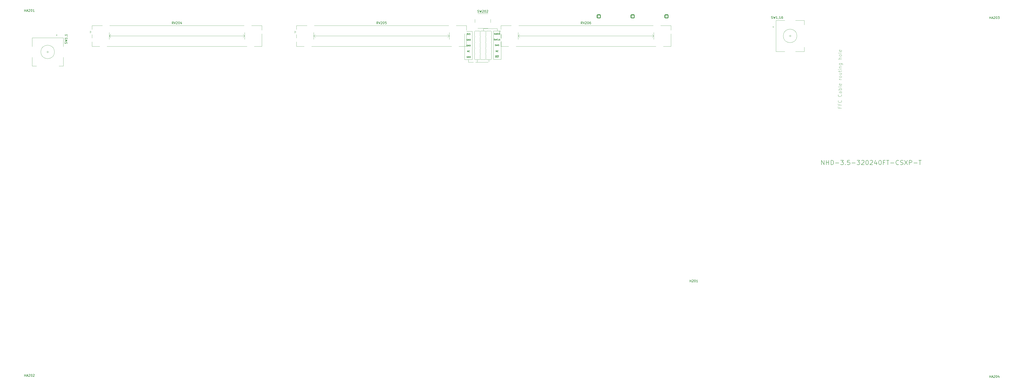
<source format=gto>
G04 #@! TF.GenerationSoftware,KiCad,Pcbnew,7.0.1*
G04 #@! TF.CreationDate,2023-03-18T22:20:59+01:00*
G04 #@! TF.ProjectId,berlin,6265726c-696e-42e6-9b69-6361645f7063,0.7*
G04 #@! TF.SameCoordinates,Original*
G04 #@! TF.FileFunction,Legend,Top*
G04 #@! TF.FilePolarity,Positive*
%FSLAX46Y46*%
G04 Gerber Fmt 4.6, Leading zero omitted, Abs format (unit mm)*
G04 Created by KiCad (PCBNEW 7.0.1) date 2023-03-18 22:20:59*
%MOMM*%
%LPD*%
G01*
G04 APERTURE LIST*
G04 Aperture macros list*
%AMRoundRect*
0 Rectangle with rounded corners*
0 $1 Rounding radius*
0 $2 $3 $4 $5 $6 $7 $8 $9 X,Y pos of 4 corners*
0 Add a 4 corners polygon primitive as box body*
4,1,4,$2,$3,$4,$5,$6,$7,$8,$9,$2,$3,0*
0 Add four circle primitives for the rounded corners*
1,1,$1+$1,$2,$3*
1,1,$1+$1,$4,$5*
1,1,$1+$1,$6,$7*
1,1,$1+$1,$8,$9*
0 Add four rect primitives between the rounded corners*
20,1,$1+$1,$2,$3,$4,$5,0*
20,1,$1+$1,$4,$5,$6,$7,0*
20,1,$1+$1,$6,$7,$8,$9,0*
20,1,$1+$1,$8,$9,$2,$3,0*%
G04 Aperture macros list end*
%ADD10C,0.150000*%
%ADD11C,0.100000*%
%ADD12C,0.120000*%
%ADD13C,4.250000*%
%ADD14C,1.778000*%
%ADD15RoundRect,0.177800X-0.711200X-0.711200X0.711200X-0.711200X0.711200X0.711200X-0.711200X0.711200X0*%
%ADD16C,1.800000*%
%ADD17R,2.000000X2.000000*%
%ADD18C,2.000000*%
%ADD19R,4.000000X3.000000*%
%ADD20R,3.000000X4.000000*%
%ADD21C,1.596000*%
%ADD22R,1.750000X1.750000*%
%ADD23C,1.750000*%
%ADD24C,2.700000*%
%ADD25C,0.800000*%
%ADD26C,7.000000*%
%ADD27C,3.600000*%
%ADD28C,1.701800*%
%ADD29C,3.987800*%
%ADD30C,3.048000*%
%ADD31C,0.650000*%
%ADD32O,1.100000X2.200000*%
%ADD33O,1.300000X1.900000*%
%ADD34R,1.524000X1.524000*%
%ADD35O,1.524000X1.524000*%
%ADD36C,1.600000*%
%ADD37O,1.600000X1.600000*%
G04 APERTURE END LIST*
D10*
X386322619Y-103500238D02*
X386322619Y-101500238D01*
X386322619Y-101500238D02*
X387465476Y-103500238D01*
X387465476Y-103500238D02*
X387465476Y-101500238D01*
X388417857Y-103500238D02*
X388417857Y-101500238D01*
X388417857Y-102452619D02*
X389560714Y-102452619D01*
X389560714Y-103500238D02*
X389560714Y-101500238D01*
X390513095Y-103500238D02*
X390513095Y-101500238D01*
X390513095Y-101500238D02*
X390989285Y-101500238D01*
X390989285Y-101500238D02*
X391275000Y-101595476D01*
X391275000Y-101595476D02*
X391465476Y-101785952D01*
X391465476Y-101785952D02*
X391560714Y-101976428D01*
X391560714Y-101976428D02*
X391655952Y-102357380D01*
X391655952Y-102357380D02*
X391655952Y-102643095D01*
X391655952Y-102643095D02*
X391560714Y-103024047D01*
X391560714Y-103024047D02*
X391465476Y-103214523D01*
X391465476Y-103214523D02*
X391275000Y-103405000D01*
X391275000Y-103405000D02*
X390989285Y-103500238D01*
X390989285Y-103500238D02*
X390513095Y-103500238D01*
X392513095Y-102738333D02*
X394036905Y-102738333D01*
X394798809Y-101500238D02*
X396036904Y-101500238D01*
X396036904Y-101500238D02*
X395370237Y-102262142D01*
X395370237Y-102262142D02*
X395655952Y-102262142D01*
X395655952Y-102262142D02*
X395846428Y-102357380D01*
X395846428Y-102357380D02*
X395941666Y-102452619D01*
X395941666Y-102452619D02*
X396036904Y-102643095D01*
X396036904Y-102643095D02*
X396036904Y-103119285D01*
X396036904Y-103119285D02*
X395941666Y-103309761D01*
X395941666Y-103309761D02*
X395846428Y-103405000D01*
X395846428Y-103405000D02*
X395655952Y-103500238D01*
X395655952Y-103500238D02*
X395084523Y-103500238D01*
X395084523Y-103500238D02*
X394894047Y-103405000D01*
X394894047Y-103405000D02*
X394798809Y-103309761D01*
X396894047Y-103309761D02*
X396989285Y-103405000D01*
X396989285Y-103405000D02*
X396894047Y-103500238D01*
X396894047Y-103500238D02*
X396798809Y-103405000D01*
X396798809Y-103405000D02*
X396894047Y-103309761D01*
X396894047Y-103309761D02*
X396894047Y-103500238D01*
X398798809Y-101500238D02*
X397846428Y-101500238D01*
X397846428Y-101500238D02*
X397751190Y-102452619D01*
X397751190Y-102452619D02*
X397846428Y-102357380D01*
X397846428Y-102357380D02*
X398036904Y-102262142D01*
X398036904Y-102262142D02*
X398513095Y-102262142D01*
X398513095Y-102262142D02*
X398703571Y-102357380D01*
X398703571Y-102357380D02*
X398798809Y-102452619D01*
X398798809Y-102452619D02*
X398894047Y-102643095D01*
X398894047Y-102643095D02*
X398894047Y-103119285D01*
X398894047Y-103119285D02*
X398798809Y-103309761D01*
X398798809Y-103309761D02*
X398703571Y-103405000D01*
X398703571Y-103405000D02*
X398513095Y-103500238D01*
X398513095Y-103500238D02*
X398036904Y-103500238D01*
X398036904Y-103500238D02*
X397846428Y-103405000D01*
X397846428Y-103405000D02*
X397751190Y-103309761D01*
X399751190Y-102738333D02*
X401275000Y-102738333D01*
X402036904Y-101500238D02*
X403274999Y-101500238D01*
X403274999Y-101500238D02*
X402608332Y-102262142D01*
X402608332Y-102262142D02*
X402894047Y-102262142D01*
X402894047Y-102262142D02*
X403084523Y-102357380D01*
X403084523Y-102357380D02*
X403179761Y-102452619D01*
X403179761Y-102452619D02*
X403274999Y-102643095D01*
X403274999Y-102643095D02*
X403274999Y-103119285D01*
X403274999Y-103119285D02*
X403179761Y-103309761D01*
X403179761Y-103309761D02*
X403084523Y-103405000D01*
X403084523Y-103405000D02*
X402894047Y-103500238D01*
X402894047Y-103500238D02*
X402322618Y-103500238D01*
X402322618Y-103500238D02*
X402132142Y-103405000D01*
X402132142Y-103405000D02*
X402036904Y-103309761D01*
X404036904Y-101690714D02*
X404132142Y-101595476D01*
X404132142Y-101595476D02*
X404322618Y-101500238D01*
X404322618Y-101500238D02*
X404798809Y-101500238D01*
X404798809Y-101500238D02*
X404989285Y-101595476D01*
X404989285Y-101595476D02*
X405084523Y-101690714D01*
X405084523Y-101690714D02*
X405179761Y-101881190D01*
X405179761Y-101881190D02*
X405179761Y-102071666D01*
X405179761Y-102071666D02*
X405084523Y-102357380D01*
X405084523Y-102357380D02*
X403941666Y-103500238D01*
X403941666Y-103500238D02*
X405179761Y-103500238D01*
X406417856Y-101500238D02*
X406608333Y-101500238D01*
X406608333Y-101500238D02*
X406798809Y-101595476D01*
X406798809Y-101595476D02*
X406894047Y-101690714D01*
X406894047Y-101690714D02*
X406989285Y-101881190D01*
X406989285Y-101881190D02*
X407084523Y-102262142D01*
X407084523Y-102262142D02*
X407084523Y-102738333D01*
X407084523Y-102738333D02*
X406989285Y-103119285D01*
X406989285Y-103119285D02*
X406894047Y-103309761D01*
X406894047Y-103309761D02*
X406798809Y-103405000D01*
X406798809Y-103405000D02*
X406608333Y-103500238D01*
X406608333Y-103500238D02*
X406417856Y-103500238D01*
X406417856Y-103500238D02*
X406227380Y-103405000D01*
X406227380Y-103405000D02*
X406132142Y-103309761D01*
X406132142Y-103309761D02*
X406036904Y-103119285D01*
X406036904Y-103119285D02*
X405941666Y-102738333D01*
X405941666Y-102738333D02*
X405941666Y-102262142D01*
X405941666Y-102262142D02*
X406036904Y-101881190D01*
X406036904Y-101881190D02*
X406132142Y-101690714D01*
X406132142Y-101690714D02*
X406227380Y-101595476D01*
X406227380Y-101595476D02*
X406417856Y-101500238D01*
X407846428Y-101690714D02*
X407941666Y-101595476D01*
X407941666Y-101595476D02*
X408132142Y-101500238D01*
X408132142Y-101500238D02*
X408608333Y-101500238D01*
X408608333Y-101500238D02*
X408798809Y-101595476D01*
X408798809Y-101595476D02*
X408894047Y-101690714D01*
X408894047Y-101690714D02*
X408989285Y-101881190D01*
X408989285Y-101881190D02*
X408989285Y-102071666D01*
X408989285Y-102071666D02*
X408894047Y-102357380D01*
X408894047Y-102357380D02*
X407751190Y-103500238D01*
X407751190Y-103500238D02*
X408989285Y-103500238D01*
X410703571Y-102166904D02*
X410703571Y-103500238D01*
X410227380Y-101405000D02*
X409751190Y-102833571D01*
X409751190Y-102833571D02*
X410989285Y-102833571D01*
X412132142Y-101500238D02*
X412322619Y-101500238D01*
X412322619Y-101500238D02*
X412513095Y-101595476D01*
X412513095Y-101595476D02*
X412608333Y-101690714D01*
X412608333Y-101690714D02*
X412703571Y-101881190D01*
X412703571Y-101881190D02*
X412798809Y-102262142D01*
X412798809Y-102262142D02*
X412798809Y-102738333D01*
X412798809Y-102738333D02*
X412703571Y-103119285D01*
X412703571Y-103119285D02*
X412608333Y-103309761D01*
X412608333Y-103309761D02*
X412513095Y-103405000D01*
X412513095Y-103405000D02*
X412322619Y-103500238D01*
X412322619Y-103500238D02*
X412132142Y-103500238D01*
X412132142Y-103500238D02*
X411941666Y-103405000D01*
X411941666Y-103405000D02*
X411846428Y-103309761D01*
X411846428Y-103309761D02*
X411751190Y-103119285D01*
X411751190Y-103119285D02*
X411655952Y-102738333D01*
X411655952Y-102738333D02*
X411655952Y-102262142D01*
X411655952Y-102262142D02*
X411751190Y-101881190D01*
X411751190Y-101881190D02*
X411846428Y-101690714D01*
X411846428Y-101690714D02*
X411941666Y-101595476D01*
X411941666Y-101595476D02*
X412132142Y-101500238D01*
X414322619Y-102452619D02*
X413655952Y-102452619D01*
X413655952Y-103500238D02*
X413655952Y-101500238D01*
X413655952Y-101500238D02*
X414608333Y-101500238D01*
X415084524Y-101500238D02*
X416227381Y-101500238D01*
X415655952Y-103500238D02*
X415655952Y-101500238D01*
X416894048Y-102738333D02*
X418417858Y-102738333D01*
X420513095Y-103309761D02*
X420417857Y-103405000D01*
X420417857Y-103405000D02*
X420132143Y-103500238D01*
X420132143Y-103500238D02*
X419941667Y-103500238D01*
X419941667Y-103500238D02*
X419655952Y-103405000D01*
X419655952Y-103405000D02*
X419465476Y-103214523D01*
X419465476Y-103214523D02*
X419370238Y-103024047D01*
X419370238Y-103024047D02*
X419275000Y-102643095D01*
X419275000Y-102643095D02*
X419275000Y-102357380D01*
X419275000Y-102357380D02*
X419370238Y-101976428D01*
X419370238Y-101976428D02*
X419465476Y-101785952D01*
X419465476Y-101785952D02*
X419655952Y-101595476D01*
X419655952Y-101595476D02*
X419941667Y-101500238D01*
X419941667Y-101500238D02*
X420132143Y-101500238D01*
X420132143Y-101500238D02*
X420417857Y-101595476D01*
X420417857Y-101595476D02*
X420513095Y-101690714D01*
X421275000Y-103405000D02*
X421560714Y-103500238D01*
X421560714Y-103500238D02*
X422036905Y-103500238D01*
X422036905Y-103500238D02*
X422227381Y-103405000D01*
X422227381Y-103405000D02*
X422322619Y-103309761D01*
X422322619Y-103309761D02*
X422417857Y-103119285D01*
X422417857Y-103119285D02*
X422417857Y-102928809D01*
X422417857Y-102928809D02*
X422322619Y-102738333D01*
X422322619Y-102738333D02*
X422227381Y-102643095D01*
X422227381Y-102643095D02*
X422036905Y-102547857D01*
X422036905Y-102547857D02*
X421655952Y-102452619D01*
X421655952Y-102452619D02*
X421465476Y-102357380D01*
X421465476Y-102357380D02*
X421370238Y-102262142D01*
X421370238Y-102262142D02*
X421275000Y-102071666D01*
X421275000Y-102071666D02*
X421275000Y-101881190D01*
X421275000Y-101881190D02*
X421370238Y-101690714D01*
X421370238Y-101690714D02*
X421465476Y-101595476D01*
X421465476Y-101595476D02*
X421655952Y-101500238D01*
X421655952Y-101500238D02*
X422132143Y-101500238D01*
X422132143Y-101500238D02*
X422417857Y-101595476D01*
X423084524Y-101500238D02*
X424417857Y-103500238D01*
X424417857Y-101500238D02*
X423084524Y-103500238D01*
X425179762Y-103500238D02*
X425179762Y-101500238D01*
X425179762Y-101500238D02*
X425941667Y-101500238D01*
X425941667Y-101500238D02*
X426132143Y-101595476D01*
X426132143Y-101595476D02*
X426227381Y-101690714D01*
X426227381Y-101690714D02*
X426322619Y-101881190D01*
X426322619Y-101881190D02*
X426322619Y-102166904D01*
X426322619Y-102166904D02*
X426227381Y-102357380D01*
X426227381Y-102357380D02*
X426132143Y-102452619D01*
X426132143Y-102452619D02*
X425941667Y-102547857D01*
X425941667Y-102547857D02*
X425179762Y-102547857D01*
X427179762Y-102738333D02*
X428703572Y-102738333D01*
X429370238Y-101500238D02*
X430513095Y-101500238D01*
X429941666Y-103500238D02*
X429941666Y-101500238D01*
D11*
X394383214Y-77867856D02*
X394383214Y-78367856D01*
X395168928Y-78367856D02*
X393668928Y-78367856D01*
X393668928Y-78367856D02*
X393668928Y-77653570D01*
X394383214Y-76582142D02*
X394383214Y-77082142D01*
X395168928Y-77082142D02*
X393668928Y-77082142D01*
X393668928Y-77082142D02*
X393668928Y-76367856D01*
X395026071Y-74939285D02*
X395097500Y-75010713D01*
X395097500Y-75010713D02*
X395168928Y-75224999D01*
X395168928Y-75224999D02*
X395168928Y-75367856D01*
X395168928Y-75367856D02*
X395097500Y-75582142D01*
X395097500Y-75582142D02*
X394954642Y-75724999D01*
X394954642Y-75724999D02*
X394811785Y-75796428D01*
X394811785Y-75796428D02*
X394526071Y-75867856D01*
X394526071Y-75867856D02*
X394311785Y-75867856D01*
X394311785Y-75867856D02*
X394026071Y-75796428D01*
X394026071Y-75796428D02*
X393883214Y-75724999D01*
X393883214Y-75724999D02*
X393740357Y-75582142D01*
X393740357Y-75582142D02*
X393668928Y-75367856D01*
X393668928Y-75367856D02*
X393668928Y-75224999D01*
X393668928Y-75224999D02*
X393740357Y-75010713D01*
X393740357Y-75010713D02*
X393811785Y-74939285D01*
X395026071Y-72296428D02*
X395097500Y-72367856D01*
X395097500Y-72367856D02*
X395168928Y-72582142D01*
X395168928Y-72582142D02*
X395168928Y-72724999D01*
X395168928Y-72724999D02*
X395097500Y-72939285D01*
X395097500Y-72939285D02*
X394954642Y-73082142D01*
X394954642Y-73082142D02*
X394811785Y-73153571D01*
X394811785Y-73153571D02*
X394526071Y-73224999D01*
X394526071Y-73224999D02*
X394311785Y-73224999D01*
X394311785Y-73224999D02*
X394026071Y-73153571D01*
X394026071Y-73153571D02*
X393883214Y-73082142D01*
X393883214Y-73082142D02*
X393740357Y-72939285D01*
X393740357Y-72939285D02*
X393668928Y-72724999D01*
X393668928Y-72724999D02*
X393668928Y-72582142D01*
X393668928Y-72582142D02*
X393740357Y-72367856D01*
X393740357Y-72367856D02*
X393811785Y-72296428D01*
X395168928Y-71010714D02*
X394383214Y-71010714D01*
X394383214Y-71010714D02*
X394240357Y-71082142D01*
X394240357Y-71082142D02*
X394168928Y-71224999D01*
X394168928Y-71224999D02*
X394168928Y-71510714D01*
X394168928Y-71510714D02*
X394240357Y-71653571D01*
X395097500Y-71010714D02*
X395168928Y-71153571D01*
X395168928Y-71153571D02*
X395168928Y-71510714D01*
X395168928Y-71510714D02*
X395097500Y-71653571D01*
X395097500Y-71653571D02*
X394954642Y-71724999D01*
X394954642Y-71724999D02*
X394811785Y-71724999D01*
X394811785Y-71724999D02*
X394668928Y-71653571D01*
X394668928Y-71653571D02*
X394597500Y-71510714D01*
X394597500Y-71510714D02*
X394597500Y-71153571D01*
X394597500Y-71153571D02*
X394526071Y-71010714D01*
X395168928Y-70296428D02*
X393668928Y-70296428D01*
X394240357Y-70296428D02*
X394168928Y-70153571D01*
X394168928Y-70153571D02*
X394168928Y-69867856D01*
X394168928Y-69867856D02*
X394240357Y-69724999D01*
X394240357Y-69724999D02*
X394311785Y-69653571D01*
X394311785Y-69653571D02*
X394454642Y-69582142D01*
X394454642Y-69582142D02*
X394883214Y-69582142D01*
X394883214Y-69582142D02*
X395026071Y-69653571D01*
X395026071Y-69653571D02*
X395097500Y-69724999D01*
X395097500Y-69724999D02*
X395168928Y-69867856D01*
X395168928Y-69867856D02*
X395168928Y-70153571D01*
X395168928Y-70153571D02*
X395097500Y-70296428D01*
X395168928Y-68724999D02*
X395097500Y-68867856D01*
X395097500Y-68867856D02*
X394954642Y-68939285D01*
X394954642Y-68939285D02*
X393668928Y-68939285D01*
X395097500Y-67582142D02*
X395168928Y-67724999D01*
X395168928Y-67724999D02*
X395168928Y-68010714D01*
X395168928Y-68010714D02*
X395097500Y-68153571D01*
X395097500Y-68153571D02*
X394954642Y-68224999D01*
X394954642Y-68224999D02*
X394383214Y-68224999D01*
X394383214Y-68224999D02*
X394240357Y-68153571D01*
X394240357Y-68153571D02*
X394168928Y-68010714D01*
X394168928Y-68010714D02*
X394168928Y-67724999D01*
X394168928Y-67724999D02*
X394240357Y-67582142D01*
X394240357Y-67582142D02*
X394383214Y-67510714D01*
X394383214Y-67510714D02*
X394526071Y-67510714D01*
X394526071Y-67510714D02*
X394668928Y-68224999D01*
X395168928Y-65725000D02*
X394168928Y-65725000D01*
X394454642Y-65725000D02*
X394311785Y-65653571D01*
X394311785Y-65653571D02*
X394240357Y-65582143D01*
X394240357Y-65582143D02*
X394168928Y-65439285D01*
X394168928Y-65439285D02*
X394168928Y-65296428D01*
X395168928Y-64582143D02*
X395097500Y-64725000D01*
X395097500Y-64725000D02*
X395026071Y-64796429D01*
X395026071Y-64796429D02*
X394883214Y-64867857D01*
X394883214Y-64867857D02*
X394454642Y-64867857D01*
X394454642Y-64867857D02*
X394311785Y-64796429D01*
X394311785Y-64796429D02*
X394240357Y-64725000D01*
X394240357Y-64725000D02*
X394168928Y-64582143D01*
X394168928Y-64582143D02*
X394168928Y-64367857D01*
X394168928Y-64367857D02*
X394240357Y-64225000D01*
X394240357Y-64225000D02*
X394311785Y-64153572D01*
X394311785Y-64153572D02*
X394454642Y-64082143D01*
X394454642Y-64082143D02*
X394883214Y-64082143D01*
X394883214Y-64082143D02*
X395026071Y-64153572D01*
X395026071Y-64153572D02*
X395097500Y-64225000D01*
X395097500Y-64225000D02*
X395168928Y-64367857D01*
X395168928Y-64367857D02*
X395168928Y-64582143D01*
X394168928Y-62796429D02*
X395168928Y-62796429D01*
X394168928Y-63439286D02*
X394954642Y-63439286D01*
X394954642Y-63439286D02*
X395097500Y-63367857D01*
X395097500Y-63367857D02*
X395168928Y-63225000D01*
X395168928Y-63225000D02*
X395168928Y-63010714D01*
X395168928Y-63010714D02*
X395097500Y-62867857D01*
X395097500Y-62867857D02*
X395026071Y-62796429D01*
X394168928Y-62296428D02*
X394168928Y-61725000D01*
X393668928Y-62082143D02*
X394954642Y-62082143D01*
X394954642Y-62082143D02*
X395097500Y-62010714D01*
X395097500Y-62010714D02*
X395168928Y-61867857D01*
X395168928Y-61867857D02*
X395168928Y-61725000D01*
X395168928Y-61225000D02*
X394168928Y-61225000D01*
X393668928Y-61225000D02*
X393740357Y-61296428D01*
X393740357Y-61296428D02*
X393811785Y-61225000D01*
X393811785Y-61225000D02*
X393740357Y-61153571D01*
X393740357Y-61153571D02*
X393668928Y-61225000D01*
X393668928Y-61225000D02*
X393811785Y-61225000D01*
X394168928Y-60510714D02*
X395168928Y-60510714D01*
X394311785Y-60510714D02*
X394240357Y-60439285D01*
X394240357Y-60439285D02*
X394168928Y-60296428D01*
X394168928Y-60296428D02*
X394168928Y-60082142D01*
X394168928Y-60082142D02*
X394240357Y-59939285D01*
X394240357Y-59939285D02*
X394383214Y-59867857D01*
X394383214Y-59867857D02*
X395168928Y-59867857D01*
X394168928Y-58510714D02*
X395383214Y-58510714D01*
X395383214Y-58510714D02*
X395526071Y-58582142D01*
X395526071Y-58582142D02*
X395597500Y-58653571D01*
X395597500Y-58653571D02*
X395668928Y-58796428D01*
X395668928Y-58796428D02*
X395668928Y-59010714D01*
X395668928Y-59010714D02*
X395597500Y-59153571D01*
X395097500Y-58510714D02*
X395168928Y-58653571D01*
X395168928Y-58653571D02*
X395168928Y-58939285D01*
X395168928Y-58939285D02*
X395097500Y-59082142D01*
X395097500Y-59082142D02*
X395026071Y-59153571D01*
X395026071Y-59153571D02*
X394883214Y-59224999D01*
X394883214Y-59224999D02*
X394454642Y-59224999D01*
X394454642Y-59224999D02*
X394311785Y-59153571D01*
X394311785Y-59153571D02*
X394240357Y-59082142D01*
X394240357Y-59082142D02*
X394168928Y-58939285D01*
X394168928Y-58939285D02*
X394168928Y-58653571D01*
X394168928Y-58653571D02*
X394240357Y-58510714D01*
X395168928Y-56653571D02*
X393668928Y-56653571D01*
X395168928Y-56010714D02*
X394383214Y-56010714D01*
X394383214Y-56010714D02*
X394240357Y-56082142D01*
X394240357Y-56082142D02*
X394168928Y-56224999D01*
X394168928Y-56224999D02*
X394168928Y-56439285D01*
X394168928Y-56439285D02*
X394240357Y-56582142D01*
X394240357Y-56582142D02*
X394311785Y-56653571D01*
X395168928Y-55082142D02*
X395097500Y-55224999D01*
X395097500Y-55224999D02*
X395026071Y-55296428D01*
X395026071Y-55296428D02*
X394883214Y-55367856D01*
X394883214Y-55367856D02*
X394454642Y-55367856D01*
X394454642Y-55367856D02*
X394311785Y-55296428D01*
X394311785Y-55296428D02*
X394240357Y-55224999D01*
X394240357Y-55224999D02*
X394168928Y-55082142D01*
X394168928Y-55082142D02*
X394168928Y-54867856D01*
X394168928Y-54867856D02*
X394240357Y-54724999D01*
X394240357Y-54724999D02*
X394311785Y-54653571D01*
X394311785Y-54653571D02*
X394454642Y-54582142D01*
X394454642Y-54582142D02*
X394883214Y-54582142D01*
X394883214Y-54582142D02*
X395026071Y-54653571D01*
X395026071Y-54653571D02*
X395097500Y-54724999D01*
X395097500Y-54724999D02*
X395168928Y-54867856D01*
X395168928Y-54867856D02*
X395168928Y-55082142D01*
X395168928Y-53724999D02*
X395097500Y-53867856D01*
X395097500Y-53867856D02*
X394954642Y-53939285D01*
X394954642Y-53939285D02*
X393668928Y-53939285D01*
X395097500Y-52582142D02*
X395168928Y-52724999D01*
X395168928Y-52724999D02*
X395168928Y-53010714D01*
X395168928Y-53010714D02*
X395097500Y-53153571D01*
X395097500Y-53153571D02*
X394954642Y-53224999D01*
X394954642Y-53224999D02*
X394383214Y-53224999D01*
X394383214Y-53224999D02*
X394240357Y-53153571D01*
X394240357Y-53153571D02*
X394168928Y-53010714D01*
X394168928Y-53010714D02*
X394168928Y-52724999D01*
X394168928Y-52724999D02*
X394240357Y-52582142D01*
X394240357Y-52582142D02*
X394383214Y-52510714D01*
X394383214Y-52510714D02*
X394526071Y-52510714D01*
X394526071Y-52510714D02*
X394668928Y-53224999D01*
D10*
X364148191Y-38590000D02*
X364291048Y-38637619D01*
X364291048Y-38637619D02*
X364529143Y-38637619D01*
X364529143Y-38637619D02*
X364624381Y-38590000D01*
X364624381Y-38590000D02*
X364672000Y-38542380D01*
X364672000Y-38542380D02*
X364719619Y-38447142D01*
X364719619Y-38447142D02*
X364719619Y-38351904D01*
X364719619Y-38351904D02*
X364672000Y-38256666D01*
X364672000Y-38256666D02*
X364624381Y-38209047D01*
X364624381Y-38209047D02*
X364529143Y-38161428D01*
X364529143Y-38161428D02*
X364338667Y-38113809D01*
X364338667Y-38113809D02*
X364243429Y-38066190D01*
X364243429Y-38066190D02*
X364195810Y-38018571D01*
X364195810Y-38018571D02*
X364148191Y-37923333D01*
X364148191Y-37923333D02*
X364148191Y-37828095D01*
X364148191Y-37828095D02*
X364195810Y-37732857D01*
X364195810Y-37732857D02*
X364243429Y-37685238D01*
X364243429Y-37685238D02*
X364338667Y-37637619D01*
X364338667Y-37637619D02*
X364576762Y-37637619D01*
X364576762Y-37637619D02*
X364719619Y-37685238D01*
X365052953Y-37637619D02*
X365291048Y-38637619D01*
X365291048Y-38637619D02*
X365481524Y-37923333D01*
X365481524Y-37923333D02*
X365672000Y-38637619D01*
X365672000Y-38637619D02*
X365910096Y-37637619D01*
X366814857Y-38637619D02*
X366243429Y-38637619D01*
X366529143Y-38637619D02*
X366529143Y-37637619D01*
X366529143Y-37637619D02*
X366433905Y-37780476D01*
X366433905Y-37780476D02*
X366338667Y-37875714D01*
X366338667Y-37875714D02*
X366243429Y-37923333D01*
X367291048Y-38590000D02*
X367291048Y-38637619D01*
X367291048Y-38637619D02*
X367243429Y-38732857D01*
X367243429Y-38732857D02*
X367195810Y-38780476D01*
X368243428Y-38637619D02*
X367672000Y-38637619D01*
X367957714Y-38637619D02*
X367957714Y-37637619D01*
X367957714Y-37637619D02*
X367862476Y-37780476D01*
X367862476Y-37780476D02*
X367767238Y-37875714D01*
X367767238Y-37875714D02*
X367672000Y-37923333D01*
X369100571Y-37637619D02*
X368910095Y-37637619D01*
X368910095Y-37637619D02*
X368814857Y-37685238D01*
X368814857Y-37685238D02*
X368767238Y-37732857D01*
X368767238Y-37732857D02*
X368672000Y-37875714D01*
X368672000Y-37875714D02*
X368624381Y-38066190D01*
X368624381Y-38066190D02*
X368624381Y-38447142D01*
X368624381Y-38447142D02*
X368672000Y-38542380D01*
X368672000Y-38542380D02*
X368719619Y-38590000D01*
X368719619Y-38590000D02*
X368814857Y-38637619D01*
X368814857Y-38637619D02*
X369005333Y-38637619D01*
X369005333Y-38637619D02*
X369100571Y-38590000D01*
X369100571Y-38590000D02*
X369148190Y-38542380D01*
X369148190Y-38542380D02*
X369195809Y-38447142D01*
X369195809Y-38447142D02*
X369195809Y-38209047D01*
X369195809Y-38209047D02*
X369148190Y-38113809D01*
X369148190Y-38113809D02*
X369100571Y-38066190D01*
X369100571Y-38066190D02*
X369005333Y-38018571D01*
X369005333Y-38018571D02*
X368814857Y-38018571D01*
X368814857Y-38018571D02*
X368719619Y-38066190D01*
X368719619Y-38066190D02*
X368672000Y-38113809D01*
X368672000Y-38113809D02*
X368624381Y-38209047D01*
X52315000Y-49730618D02*
X52362619Y-49587761D01*
X52362619Y-49587761D02*
X52362619Y-49349666D01*
X52362619Y-49349666D02*
X52315000Y-49254428D01*
X52315000Y-49254428D02*
X52267380Y-49206809D01*
X52267380Y-49206809D02*
X52172142Y-49159190D01*
X52172142Y-49159190D02*
X52076904Y-49159190D01*
X52076904Y-49159190D02*
X51981666Y-49206809D01*
X51981666Y-49206809D02*
X51934047Y-49254428D01*
X51934047Y-49254428D02*
X51886428Y-49349666D01*
X51886428Y-49349666D02*
X51838809Y-49540142D01*
X51838809Y-49540142D02*
X51791190Y-49635380D01*
X51791190Y-49635380D02*
X51743571Y-49682999D01*
X51743571Y-49682999D02*
X51648333Y-49730618D01*
X51648333Y-49730618D02*
X51553095Y-49730618D01*
X51553095Y-49730618D02*
X51457857Y-49682999D01*
X51457857Y-49682999D02*
X51410238Y-49635380D01*
X51410238Y-49635380D02*
X51362619Y-49540142D01*
X51362619Y-49540142D02*
X51362619Y-49302047D01*
X51362619Y-49302047D02*
X51410238Y-49159190D01*
X51362619Y-48825856D02*
X52362619Y-48587761D01*
X52362619Y-48587761D02*
X51648333Y-48397285D01*
X51648333Y-48397285D02*
X52362619Y-48206809D01*
X52362619Y-48206809D02*
X51362619Y-47968714D01*
X52362619Y-47063952D02*
X52362619Y-47635380D01*
X52362619Y-47349666D02*
X51362619Y-47349666D01*
X51362619Y-47349666D02*
X51505476Y-47444904D01*
X51505476Y-47444904D02*
X51600714Y-47540142D01*
X51600714Y-47540142D02*
X51648333Y-47635380D01*
X52315000Y-46587761D02*
X52362619Y-46587761D01*
X52362619Y-46587761D02*
X52457857Y-46635380D01*
X52457857Y-46635380D02*
X52505476Y-46682999D01*
X52362619Y-45635381D02*
X52362619Y-46206809D01*
X52362619Y-45921095D02*
X51362619Y-45921095D01*
X51362619Y-45921095D02*
X51505476Y-46016333D01*
X51505476Y-46016333D02*
X51600714Y-46111571D01*
X51600714Y-46111571D02*
X51648333Y-46206809D01*
X33532143Y-35537619D02*
X33532143Y-34537619D01*
X33532143Y-35013809D02*
X34103571Y-35013809D01*
X34103571Y-35537619D02*
X34103571Y-34537619D01*
X34532143Y-35251904D02*
X35008333Y-35251904D01*
X34436905Y-35537619D02*
X34770238Y-34537619D01*
X34770238Y-34537619D02*
X35103571Y-35537619D01*
X35389286Y-34632857D02*
X35436905Y-34585238D01*
X35436905Y-34585238D02*
X35532143Y-34537619D01*
X35532143Y-34537619D02*
X35770238Y-34537619D01*
X35770238Y-34537619D02*
X35865476Y-34585238D01*
X35865476Y-34585238D02*
X35913095Y-34632857D01*
X35913095Y-34632857D02*
X35960714Y-34728095D01*
X35960714Y-34728095D02*
X35960714Y-34823333D01*
X35960714Y-34823333D02*
X35913095Y-34966190D01*
X35913095Y-34966190D02*
X35341667Y-35537619D01*
X35341667Y-35537619D02*
X35960714Y-35537619D01*
X36579762Y-34537619D02*
X36675000Y-34537619D01*
X36675000Y-34537619D02*
X36770238Y-34585238D01*
X36770238Y-34585238D02*
X36817857Y-34632857D01*
X36817857Y-34632857D02*
X36865476Y-34728095D01*
X36865476Y-34728095D02*
X36913095Y-34918571D01*
X36913095Y-34918571D02*
X36913095Y-35156666D01*
X36913095Y-35156666D02*
X36865476Y-35347142D01*
X36865476Y-35347142D02*
X36817857Y-35442380D01*
X36817857Y-35442380D02*
X36770238Y-35490000D01*
X36770238Y-35490000D02*
X36675000Y-35537619D01*
X36675000Y-35537619D02*
X36579762Y-35537619D01*
X36579762Y-35537619D02*
X36484524Y-35490000D01*
X36484524Y-35490000D02*
X36436905Y-35442380D01*
X36436905Y-35442380D02*
X36389286Y-35347142D01*
X36389286Y-35347142D02*
X36341667Y-35156666D01*
X36341667Y-35156666D02*
X36341667Y-34918571D01*
X36341667Y-34918571D02*
X36389286Y-34728095D01*
X36389286Y-34728095D02*
X36436905Y-34632857D01*
X36436905Y-34632857D02*
X36484524Y-34585238D01*
X36484524Y-34585238D02*
X36579762Y-34537619D01*
X37865476Y-35537619D02*
X37294048Y-35537619D01*
X37579762Y-35537619D02*
X37579762Y-34537619D01*
X37579762Y-34537619D02*
X37484524Y-34680476D01*
X37484524Y-34680476D02*
X37389286Y-34775714D01*
X37389286Y-34775714D02*
X37294048Y-34823333D01*
X99423630Y-41037619D02*
X99090297Y-40561428D01*
X98852202Y-41037619D02*
X98852202Y-40037619D01*
X98852202Y-40037619D02*
X99233154Y-40037619D01*
X99233154Y-40037619D02*
X99328392Y-40085238D01*
X99328392Y-40085238D02*
X99376011Y-40132857D01*
X99376011Y-40132857D02*
X99423630Y-40228095D01*
X99423630Y-40228095D02*
X99423630Y-40370952D01*
X99423630Y-40370952D02*
X99376011Y-40466190D01*
X99376011Y-40466190D02*
X99328392Y-40513809D01*
X99328392Y-40513809D02*
X99233154Y-40561428D01*
X99233154Y-40561428D02*
X98852202Y-40561428D01*
X99709345Y-40037619D02*
X100042678Y-41037619D01*
X100042678Y-41037619D02*
X100376011Y-40037619D01*
X100661726Y-40132857D02*
X100709345Y-40085238D01*
X100709345Y-40085238D02*
X100804583Y-40037619D01*
X100804583Y-40037619D02*
X101042678Y-40037619D01*
X101042678Y-40037619D02*
X101137916Y-40085238D01*
X101137916Y-40085238D02*
X101185535Y-40132857D01*
X101185535Y-40132857D02*
X101233154Y-40228095D01*
X101233154Y-40228095D02*
X101233154Y-40323333D01*
X101233154Y-40323333D02*
X101185535Y-40466190D01*
X101185535Y-40466190D02*
X100614107Y-41037619D01*
X100614107Y-41037619D02*
X101233154Y-41037619D01*
X101852202Y-40037619D02*
X101947440Y-40037619D01*
X101947440Y-40037619D02*
X102042678Y-40085238D01*
X102042678Y-40085238D02*
X102090297Y-40132857D01*
X102090297Y-40132857D02*
X102137916Y-40228095D01*
X102137916Y-40228095D02*
X102185535Y-40418571D01*
X102185535Y-40418571D02*
X102185535Y-40656666D01*
X102185535Y-40656666D02*
X102137916Y-40847142D01*
X102137916Y-40847142D02*
X102090297Y-40942380D01*
X102090297Y-40942380D02*
X102042678Y-40990000D01*
X102042678Y-40990000D02*
X101947440Y-41037619D01*
X101947440Y-41037619D02*
X101852202Y-41037619D01*
X101852202Y-41037619D02*
X101756964Y-40990000D01*
X101756964Y-40990000D02*
X101709345Y-40942380D01*
X101709345Y-40942380D02*
X101661726Y-40847142D01*
X101661726Y-40847142D02*
X101614107Y-40656666D01*
X101614107Y-40656666D02*
X101614107Y-40418571D01*
X101614107Y-40418571D02*
X101661726Y-40228095D01*
X101661726Y-40228095D02*
X101709345Y-40132857D01*
X101709345Y-40132857D02*
X101756964Y-40085238D01*
X101756964Y-40085238D02*
X101852202Y-40037619D01*
X103042678Y-40370952D02*
X103042678Y-41037619D01*
X102804583Y-39990000D02*
X102566488Y-40704285D01*
X102566488Y-40704285D02*
X103185535Y-40704285D01*
X328060714Y-155537619D02*
X328060714Y-154537619D01*
X328060714Y-155013809D02*
X328632142Y-155013809D01*
X328632142Y-155537619D02*
X328632142Y-154537619D01*
X329060714Y-154632857D02*
X329108333Y-154585238D01*
X329108333Y-154585238D02*
X329203571Y-154537619D01*
X329203571Y-154537619D02*
X329441666Y-154537619D01*
X329441666Y-154537619D02*
X329536904Y-154585238D01*
X329536904Y-154585238D02*
X329584523Y-154632857D01*
X329584523Y-154632857D02*
X329632142Y-154728095D01*
X329632142Y-154728095D02*
X329632142Y-154823333D01*
X329632142Y-154823333D02*
X329584523Y-154966190D01*
X329584523Y-154966190D02*
X329013095Y-155537619D01*
X329013095Y-155537619D02*
X329632142Y-155537619D01*
X330251190Y-154537619D02*
X330346428Y-154537619D01*
X330346428Y-154537619D02*
X330441666Y-154585238D01*
X330441666Y-154585238D02*
X330489285Y-154632857D01*
X330489285Y-154632857D02*
X330536904Y-154728095D01*
X330536904Y-154728095D02*
X330584523Y-154918571D01*
X330584523Y-154918571D02*
X330584523Y-155156666D01*
X330584523Y-155156666D02*
X330536904Y-155347142D01*
X330536904Y-155347142D02*
X330489285Y-155442380D01*
X330489285Y-155442380D02*
X330441666Y-155490000D01*
X330441666Y-155490000D02*
X330346428Y-155537619D01*
X330346428Y-155537619D02*
X330251190Y-155537619D01*
X330251190Y-155537619D02*
X330155952Y-155490000D01*
X330155952Y-155490000D02*
X330108333Y-155442380D01*
X330108333Y-155442380D02*
X330060714Y-155347142D01*
X330060714Y-155347142D02*
X330013095Y-155156666D01*
X330013095Y-155156666D02*
X330013095Y-154918571D01*
X330013095Y-154918571D02*
X330060714Y-154728095D01*
X330060714Y-154728095D02*
X330108333Y-154632857D01*
X330108333Y-154632857D02*
X330155952Y-154585238D01*
X330155952Y-154585238D02*
X330251190Y-154537619D01*
X331536904Y-155537619D02*
X330965476Y-155537619D01*
X331251190Y-155537619D02*
X331251190Y-154537619D01*
X331251190Y-154537619D02*
X331155952Y-154680476D01*
X331155952Y-154680476D02*
X331060714Y-154775714D01*
X331060714Y-154775714D02*
X330965476Y-154823333D01*
X460732143Y-197937619D02*
X460732143Y-196937619D01*
X460732143Y-197413809D02*
X461303571Y-197413809D01*
X461303571Y-197937619D02*
X461303571Y-196937619D01*
X461732143Y-197651904D02*
X462208333Y-197651904D01*
X461636905Y-197937619D02*
X461970238Y-196937619D01*
X461970238Y-196937619D02*
X462303571Y-197937619D01*
X462589286Y-197032857D02*
X462636905Y-196985238D01*
X462636905Y-196985238D02*
X462732143Y-196937619D01*
X462732143Y-196937619D02*
X462970238Y-196937619D01*
X462970238Y-196937619D02*
X463065476Y-196985238D01*
X463065476Y-196985238D02*
X463113095Y-197032857D01*
X463113095Y-197032857D02*
X463160714Y-197128095D01*
X463160714Y-197128095D02*
X463160714Y-197223333D01*
X463160714Y-197223333D02*
X463113095Y-197366190D01*
X463113095Y-197366190D02*
X462541667Y-197937619D01*
X462541667Y-197937619D02*
X463160714Y-197937619D01*
X463779762Y-196937619D02*
X463875000Y-196937619D01*
X463875000Y-196937619D02*
X463970238Y-196985238D01*
X463970238Y-196985238D02*
X464017857Y-197032857D01*
X464017857Y-197032857D02*
X464065476Y-197128095D01*
X464065476Y-197128095D02*
X464113095Y-197318571D01*
X464113095Y-197318571D02*
X464113095Y-197556666D01*
X464113095Y-197556666D02*
X464065476Y-197747142D01*
X464065476Y-197747142D02*
X464017857Y-197842380D01*
X464017857Y-197842380D02*
X463970238Y-197890000D01*
X463970238Y-197890000D02*
X463875000Y-197937619D01*
X463875000Y-197937619D02*
X463779762Y-197937619D01*
X463779762Y-197937619D02*
X463684524Y-197890000D01*
X463684524Y-197890000D02*
X463636905Y-197842380D01*
X463636905Y-197842380D02*
X463589286Y-197747142D01*
X463589286Y-197747142D02*
X463541667Y-197556666D01*
X463541667Y-197556666D02*
X463541667Y-197318571D01*
X463541667Y-197318571D02*
X463589286Y-197128095D01*
X463589286Y-197128095D02*
X463636905Y-197032857D01*
X463636905Y-197032857D02*
X463684524Y-196985238D01*
X463684524Y-196985238D02*
X463779762Y-196937619D01*
X464970238Y-197270952D02*
X464970238Y-197937619D01*
X464732143Y-196890000D02*
X464494048Y-197604285D01*
X464494048Y-197604285D02*
X465113095Y-197604285D01*
X234089286Y-35840000D02*
X234232143Y-35887619D01*
X234232143Y-35887619D02*
X234470238Y-35887619D01*
X234470238Y-35887619D02*
X234565476Y-35840000D01*
X234565476Y-35840000D02*
X234613095Y-35792380D01*
X234613095Y-35792380D02*
X234660714Y-35697142D01*
X234660714Y-35697142D02*
X234660714Y-35601904D01*
X234660714Y-35601904D02*
X234613095Y-35506666D01*
X234613095Y-35506666D02*
X234565476Y-35459047D01*
X234565476Y-35459047D02*
X234470238Y-35411428D01*
X234470238Y-35411428D02*
X234279762Y-35363809D01*
X234279762Y-35363809D02*
X234184524Y-35316190D01*
X234184524Y-35316190D02*
X234136905Y-35268571D01*
X234136905Y-35268571D02*
X234089286Y-35173333D01*
X234089286Y-35173333D02*
X234089286Y-35078095D01*
X234089286Y-35078095D02*
X234136905Y-34982857D01*
X234136905Y-34982857D02*
X234184524Y-34935238D01*
X234184524Y-34935238D02*
X234279762Y-34887619D01*
X234279762Y-34887619D02*
X234517857Y-34887619D01*
X234517857Y-34887619D02*
X234660714Y-34935238D01*
X234994048Y-34887619D02*
X235232143Y-35887619D01*
X235232143Y-35887619D02*
X235422619Y-35173333D01*
X235422619Y-35173333D02*
X235613095Y-35887619D01*
X235613095Y-35887619D02*
X235851191Y-34887619D01*
X236184524Y-34982857D02*
X236232143Y-34935238D01*
X236232143Y-34935238D02*
X236327381Y-34887619D01*
X236327381Y-34887619D02*
X236565476Y-34887619D01*
X236565476Y-34887619D02*
X236660714Y-34935238D01*
X236660714Y-34935238D02*
X236708333Y-34982857D01*
X236708333Y-34982857D02*
X236755952Y-35078095D01*
X236755952Y-35078095D02*
X236755952Y-35173333D01*
X236755952Y-35173333D02*
X236708333Y-35316190D01*
X236708333Y-35316190D02*
X236136905Y-35887619D01*
X236136905Y-35887619D02*
X236755952Y-35887619D01*
X237375000Y-34887619D02*
X237470238Y-34887619D01*
X237470238Y-34887619D02*
X237565476Y-34935238D01*
X237565476Y-34935238D02*
X237613095Y-34982857D01*
X237613095Y-34982857D02*
X237660714Y-35078095D01*
X237660714Y-35078095D02*
X237708333Y-35268571D01*
X237708333Y-35268571D02*
X237708333Y-35506666D01*
X237708333Y-35506666D02*
X237660714Y-35697142D01*
X237660714Y-35697142D02*
X237613095Y-35792380D01*
X237613095Y-35792380D02*
X237565476Y-35840000D01*
X237565476Y-35840000D02*
X237470238Y-35887619D01*
X237470238Y-35887619D02*
X237375000Y-35887619D01*
X237375000Y-35887619D02*
X237279762Y-35840000D01*
X237279762Y-35840000D02*
X237232143Y-35792380D01*
X237232143Y-35792380D02*
X237184524Y-35697142D01*
X237184524Y-35697142D02*
X237136905Y-35506666D01*
X237136905Y-35506666D02*
X237136905Y-35268571D01*
X237136905Y-35268571D02*
X237184524Y-35078095D01*
X237184524Y-35078095D02*
X237232143Y-34982857D01*
X237232143Y-34982857D02*
X237279762Y-34935238D01*
X237279762Y-34935238D02*
X237375000Y-34887619D01*
X238089286Y-34982857D02*
X238136905Y-34935238D01*
X238136905Y-34935238D02*
X238232143Y-34887619D01*
X238232143Y-34887619D02*
X238470238Y-34887619D01*
X238470238Y-34887619D02*
X238565476Y-34935238D01*
X238565476Y-34935238D02*
X238613095Y-34982857D01*
X238613095Y-34982857D02*
X238660714Y-35078095D01*
X238660714Y-35078095D02*
X238660714Y-35173333D01*
X238660714Y-35173333D02*
X238613095Y-35316190D01*
X238613095Y-35316190D02*
X238041667Y-35887619D01*
X238041667Y-35887619D02*
X238660714Y-35887619D01*
X33532143Y-197437619D02*
X33532143Y-196437619D01*
X33532143Y-196913809D02*
X34103571Y-196913809D01*
X34103571Y-197437619D02*
X34103571Y-196437619D01*
X34532143Y-197151904D02*
X35008333Y-197151904D01*
X34436905Y-197437619D02*
X34770238Y-196437619D01*
X34770238Y-196437619D02*
X35103571Y-197437619D01*
X35389286Y-196532857D02*
X35436905Y-196485238D01*
X35436905Y-196485238D02*
X35532143Y-196437619D01*
X35532143Y-196437619D02*
X35770238Y-196437619D01*
X35770238Y-196437619D02*
X35865476Y-196485238D01*
X35865476Y-196485238D02*
X35913095Y-196532857D01*
X35913095Y-196532857D02*
X35960714Y-196628095D01*
X35960714Y-196628095D02*
X35960714Y-196723333D01*
X35960714Y-196723333D02*
X35913095Y-196866190D01*
X35913095Y-196866190D02*
X35341667Y-197437619D01*
X35341667Y-197437619D02*
X35960714Y-197437619D01*
X36579762Y-196437619D02*
X36675000Y-196437619D01*
X36675000Y-196437619D02*
X36770238Y-196485238D01*
X36770238Y-196485238D02*
X36817857Y-196532857D01*
X36817857Y-196532857D02*
X36865476Y-196628095D01*
X36865476Y-196628095D02*
X36913095Y-196818571D01*
X36913095Y-196818571D02*
X36913095Y-197056666D01*
X36913095Y-197056666D02*
X36865476Y-197247142D01*
X36865476Y-197247142D02*
X36817857Y-197342380D01*
X36817857Y-197342380D02*
X36770238Y-197390000D01*
X36770238Y-197390000D02*
X36675000Y-197437619D01*
X36675000Y-197437619D02*
X36579762Y-197437619D01*
X36579762Y-197437619D02*
X36484524Y-197390000D01*
X36484524Y-197390000D02*
X36436905Y-197342380D01*
X36436905Y-197342380D02*
X36389286Y-197247142D01*
X36389286Y-197247142D02*
X36341667Y-197056666D01*
X36341667Y-197056666D02*
X36341667Y-196818571D01*
X36341667Y-196818571D02*
X36389286Y-196628095D01*
X36389286Y-196628095D02*
X36436905Y-196532857D01*
X36436905Y-196532857D02*
X36484524Y-196485238D01*
X36484524Y-196485238D02*
X36579762Y-196437619D01*
X37294048Y-196532857D02*
X37341667Y-196485238D01*
X37341667Y-196485238D02*
X37436905Y-196437619D01*
X37436905Y-196437619D02*
X37675000Y-196437619D01*
X37675000Y-196437619D02*
X37770238Y-196485238D01*
X37770238Y-196485238D02*
X37817857Y-196532857D01*
X37817857Y-196532857D02*
X37865476Y-196628095D01*
X37865476Y-196628095D02*
X37865476Y-196723333D01*
X37865476Y-196723333D02*
X37817857Y-196866190D01*
X37817857Y-196866190D02*
X37246429Y-197437619D01*
X37246429Y-197437619D02*
X37865476Y-197437619D01*
X280493880Y-41037619D02*
X280160547Y-40561428D01*
X279922452Y-41037619D02*
X279922452Y-40037619D01*
X279922452Y-40037619D02*
X280303404Y-40037619D01*
X280303404Y-40037619D02*
X280398642Y-40085238D01*
X280398642Y-40085238D02*
X280446261Y-40132857D01*
X280446261Y-40132857D02*
X280493880Y-40228095D01*
X280493880Y-40228095D02*
X280493880Y-40370952D01*
X280493880Y-40370952D02*
X280446261Y-40466190D01*
X280446261Y-40466190D02*
X280398642Y-40513809D01*
X280398642Y-40513809D02*
X280303404Y-40561428D01*
X280303404Y-40561428D02*
X279922452Y-40561428D01*
X280779595Y-40037619D02*
X281112928Y-41037619D01*
X281112928Y-41037619D02*
X281446261Y-40037619D01*
X281731976Y-40132857D02*
X281779595Y-40085238D01*
X281779595Y-40085238D02*
X281874833Y-40037619D01*
X281874833Y-40037619D02*
X282112928Y-40037619D01*
X282112928Y-40037619D02*
X282208166Y-40085238D01*
X282208166Y-40085238D02*
X282255785Y-40132857D01*
X282255785Y-40132857D02*
X282303404Y-40228095D01*
X282303404Y-40228095D02*
X282303404Y-40323333D01*
X282303404Y-40323333D02*
X282255785Y-40466190D01*
X282255785Y-40466190D02*
X281684357Y-41037619D01*
X281684357Y-41037619D02*
X282303404Y-41037619D01*
X282922452Y-40037619D02*
X283017690Y-40037619D01*
X283017690Y-40037619D02*
X283112928Y-40085238D01*
X283112928Y-40085238D02*
X283160547Y-40132857D01*
X283160547Y-40132857D02*
X283208166Y-40228095D01*
X283208166Y-40228095D02*
X283255785Y-40418571D01*
X283255785Y-40418571D02*
X283255785Y-40656666D01*
X283255785Y-40656666D02*
X283208166Y-40847142D01*
X283208166Y-40847142D02*
X283160547Y-40942380D01*
X283160547Y-40942380D02*
X283112928Y-40990000D01*
X283112928Y-40990000D02*
X283017690Y-41037619D01*
X283017690Y-41037619D02*
X282922452Y-41037619D01*
X282922452Y-41037619D02*
X282827214Y-40990000D01*
X282827214Y-40990000D02*
X282779595Y-40942380D01*
X282779595Y-40942380D02*
X282731976Y-40847142D01*
X282731976Y-40847142D02*
X282684357Y-40656666D01*
X282684357Y-40656666D02*
X282684357Y-40418571D01*
X282684357Y-40418571D02*
X282731976Y-40228095D01*
X282731976Y-40228095D02*
X282779595Y-40132857D01*
X282779595Y-40132857D02*
X282827214Y-40085238D01*
X282827214Y-40085238D02*
X282922452Y-40037619D01*
X284112928Y-40037619D02*
X283922452Y-40037619D01*
X283922452Y-40037619D02*
X283827214Y-40085238D01*
X283827214Y-40085238D02*
X283779595Y-40132857D01*
X283779595Y-40132857D02*
X283684357Y-40275714D01*
X283684357Y-40275714D02*
X283636738Y-40466190D01*
X283636738Y-40466190D02*
X283636738Y-40847142D01*
X283636738Y-40847142D02*
X283684357Y-40942380D01*
X283684357Y-40942380D02*
X283731976Y-40990000D01*
X283731976Y-40990000D02*
X283827214Y-41037619D01*
X283827214Y-41037619D02*
X284017690Y-41037619D01*
X284017690Y-41037619D02*
X284112928Y-40990000D01*
X284112928Y-40990000D02*
X284160547Y-40942380D01*
X284160547Y-40942380D02*
X284208166Y-40847142D01*
X284208166Y-40847142D02*
X284208166Y-40609047D01*
X284208166Y-40609047D02*
X284160547Y-40513809D01*
X284160547Y-40513809D02*
X284112928Y-40466190D01*
X284112928Y-40466190D02*
X284017690Y-40418571D01*
X284017690Y-40418571D02*
X283827214Y-40418571D01*
X283827214Y-40418571D02*
X283731976Y-40466190D01*
X283731976Y-40466190D02*
X283684357Y-40513809D01*
X283684357Y-40513809D02*
X283636738Y-40609047D01*
X190006380Y-41037619D02*
X189673047Y-40561428D01*
X189434952Y-41037619D02*
X189434952Y-40037619D01*
X189434952Y-40037619D02*
X189815904Y-40037619D01*
X189815904Y-40037619D02*
X189911142Y-40085238D01*
X189911142Y-40085238D02*
X189958761Y-40132857D01*
X189958761Y-40132857D02*
X190006380Y-40228095D01*
X190006380Y-40228095D02*
X190006380Y-40370952D01*
X190006380Y-40370952D02*
X189958761Y-40466190D01*
X189958761Y-40466190D02*
X189911142Y-40513809D01*
X189911142Y-40513809D02*
X189815904Y-40561428D01*
X189815904Y-40561428D02*
X189434952Y-40561428D01*
X190292095Y-40037619D02*
X190625428Y-41037619D01*
X190625428Y-41037619D02*
X190958761Y-40037619D01*
X191244476Y-40132857D02*
X191292095Y-40085238D01*
X191292095Y-40085238D02*
X191387333Y-40037619D01*
X191387333Y-40037619D02*
X191625428Y-40037619D01*
X191625428Y-40037619D02*
X191720666Y-40085238D01*
X191720666Y-40085238D02*
X191768285Y-40132857D01*
X191768285Y-40132857D02*
X191815904Y-40228095D01*
X191815904Y-40228095D02*
X191815904Y-40323333D01*
X191815904Y-40323333D02*
X191768285Y-40466190D01*
X191768285Y-40466190D02*
X191196857Y-41037619D01*
X191196857Y-41037619D02*
X191815904Y-41037619D01*
X192434952Y-40037619D02*
X192530190Y-40037619D01*
X192530190Y-40037619D02*
X192625428Y-40085238D01*
X192625428Y-40085238D02*
X192673047Y-40132857D01*
X192673047Y-40132857D02*
X192720666Y-40228095D01*
X192720666Y-40228095D02*
X192768285Y-40418571D01*
X192768285Y-40418571D02*
X192768285Y-40656666D01*
X192768285Y-40656666D02*
X192720666Y-40847142D01*
X192720666Y-40847142D02*
X192673047Y-40942380D01*
X192673047Y-40942380D02*
X192625428Y-40990000D01*
X192625428Y-40990000D02*
X192530190Y-41037619D01*
X192530190Y-41037619D02*
X192434952Y-41037619D01*
X192434952Y-41037619D02*
X192339714Y-40990000D01*
X192339714Y-40990000D02*
X192292095Y-40942380D01*
X192292095Y-40942380D02*
X192244476Y-40847142D01*
X192244476Y-40847142D02*
X192196857Y-40656666D01*
X192196857Y-40656666D02*
X192196857Y-40418571D01*
X192196857Y-40418571D02*
X192244476Y-40228095D01*
X192244476Y-40228095D02*
X192292095Y-40132857D01*
X192292095Y-40132857D02*
X192339714Y-40085238D01*
X192339714Y-40085238D02*
X192434952Y-40037619D01*
X193673047Y-40037619D02*
X193196857Y-40037619D01*
X193196857Y-40037619D02*
X193149238Y-40513809D01*
X193149238Y-40513809D02*
X193196857Y-40466190D01*
X193196857Y-40466190D02*
X193292095Y-40418571D01*
X193292095Y-40418571D02*
X193530190Y-40418571D01*
X193530190Y-40418571D02*
X193625428Y-40466190D01*
X193625428Y-40466190D02*
X193673047Y-40513809D01*
X193673047Y-40513809D02*
X193720666Y-40609047D01*
X193720666Y-40609047D02*
X193720666Y-40847142D01*
X193720666Y-40847142D02*
X193673047Y-40942380D01*
X193673047Y-40942380D02*
X193625428Y-40990000D01*
X193625428Y-40990000D02*
X193530190Y-41037619D01*
X193530190Y-41037619D02*
X193292095Y-41037619D01*
X193292095Y-41037619D02*
X193196857Y-40990000D01*
X193196857Y-40990000D02*
X193149238Y-40942380D01*
X460732143Y-38737619D02*
X460732143Y-37737619D01*
X460732143Y-38213809D02*
X461303571Y-38213809D01*
X461303571Y-38737619D02*
X461303571Y-37737619D01*
X461732143Y-38451904D02*
X462208333Y-38451904D01*
X461636905Y-38737619D02*
X461970238Y-37737619D01*
X461970238Y-37737619D02*
X462303571Y-38737619D01*
X462589286Y-37832857D02*
X462636905Y-37785238D01*
X462636905Y-37785238D02*
X462732143Y-37737619D01*
X462732143Y-37737619D02*
X462970238Y-37737619D01*
X462970238Y-37737619D02*
X463065476Y-37785238D01*
X463065476Y-37785238D02*
X463113095Y-37832857D01*
X463113095Y-37832857D02*
X463160714Y-37928095D01*
X463160714Y-37928095D02*
X463160714Y-38023333D01*
X463160714Y-38023333D02*
X463113095Y-38166190D01*
X463113095Y-38166190D02*
X462541667Y-38737619D01*
X462541667Y-38737619D02*
X463160714Y-38737619D01*
X463779762Y-37737619D02*
X463875000Y-37737619D01*
X463875000Y-37737619D02*
X463970238Y-37785238D01*
X463970238Y-37785238D02*
X464017857Y-37832857D01*
X464017857Y-37832857D02*
X464065476Y-37928095D01*
X464065476Y-37928095D02*
X464113095Y-38118571D01*
X464113095Y-38118571D02*
X464113095Y-38356666D01*
X464113095Y-38356666D02*
X464065476Y-38547142D01*
X464065476Y-38547142D02*
X464017857Y-38642380D01*
X464017857Y-38642380D02*
X463970238Y-38690000D01*
X463970238Y-38690000D02*
X463875000Y-38737619D01*
X463875000Y-38737619D02*
X463779762Y-38737619D01*
X463779762Y-38737619D02*
X463684524Y-38690000D01*
X463684524Y-38690000D02*
X463636905Y-38642380D01*
X463636905Y-38642380D02*
X463589286Y-38547142D01*
X463589286Y-38547142D02*
X463541667Y-38356666D01*
X463541667Y-38356666D02*
X463541667Y-38118571D01*
X463541667Y-38118571D02*
X463589286Y-37928095D01*
X463589286Y-37928095D02*
X463636905Y-37832857D01*
X463636905Y-37832857D02*
X463684524Y-37785238D01*
X463684524Y-37785238D02*
X463779762Y-37737619D01*
X464446429Y-37737619D02*
X465065476Y-37737619D01*
X465065476Y-37737619D02*
X464732143Y-38118571D01*
X464732143Y-38118571D02*
X464875000Y-38118571D01*
X464875000Y-38118571D02*
X464970238Y-38166190D01*
X464970238Y-38166190D02*
X465017857Y-38213809D01*
X465017857Y-38213809D02*
X465065476Y-38309047D01*
X465065476Y-38309047D02*
X465065476Y-38547142D01*
X465065476Y-38547142D02*
X465017857Y-38642380D01*
X465017857Y-38642380D02*
X464970238Y-38690000D01*
X464970238Y-38690000D02*
X464875000Y-38737619D01*
X464875000Y-38737619D02*
X464589286Y-38737619D01*
X464589286Y-38737619D02*
X464494048Y-38690000D01*
X464494048Y-38690000D02*
X464446429Y-38642380D01*
X229678571Y-47791742D02*
X229621429Y-47763171D01*
X229621429Y-47763171D02*
X229535714Y-47763171D01*
X229535714Y-47763171D02*
X229450000Y-47791742D01*
X229450000Y-47791742D02*
X229392857Y-47848885D01*
X229392857Y-47848885D02*
X229364286Y-47906028D01*
X229364286Y-47906028D02*
X229335714Y-48020314D01*
X229335714Y-48020314D02*
X229335714Y-48106028D01*
X229335714Y-48106028D02*
X229364286Y-48220314D01*
X229364286Y-48220314D02*
X229392857Y-48277457D01*
X229392857Y-48277457D02*
X229450000Y-48334600D01*
X229450000Y-48334600D02*
X229535714Y-48363171D01*
X229535714Y-48363171D02*
X229592857Y-48363171D01*
X229592857Y-48363171D02*
X229678571Y-48334600D01*
X229678571Y-48334600D02*
X229707143Y-48306028D01*
X229707143Y-48306028D02*
X229707143Y-48106028D01*
X229707143Y-48106028D02*
X229592857Y-48106028D01*
X229964286Y-48363171D02*
X229964286Y-47763171D01*
X229964286Y-47763171D02*
X230307143Y-48363171D01*
X230307143Y-48363171D02*
X230307143Y-47763171D01*
X230592857Y-48363171D02*
X230592857Y-47763171D01*
X230592857Y-47763171D02*
X230735714Y-47763171D01*
X230735714Y-47763171D02*
X230821428Y-47791742D01*
X230821428Y-47791742D02*
X230878571Y-47848885D01*
X230878571Y-47848885D02*
X230907142Y-47906028D01*
X230907142Y-47906028D02*
X230935714Y-48020314D01*
X230935714Y-48020314D02*
X230935714Y-48106028D01*
X230935714Y-48106028D02*
X230907142Y-48220314D01*
X230907142Y-48220314D02*
X230878571Y-48277457D01*
X230878571Y-48277457D02*
X230821428Y-48334600D01*
X230821428Y-48334600D02*
X230735714Y-48363171D01*
X230735714Y-48363171D02*
X230592857Y-48363171D01*
X241464285Y-45709600D02*
X241550000Y-45738171D01*
X241550000Y-45738171D02*
X241692857Y-45738171D01*
X241692857Y-45738171D02*
X241750000Y-45709600D01*
X241750000Y-45709600D02*
X241778571Y-45681028D01*
X241778571Y-45681028D02*
X241807142Y-45623885D01*
X241807142Y-45623885D02*
X241807142Y-45566742D01*
X241807142Y-45566742D02*
X241778571Y-45509600D01*
X241778571Y-45509600D02*
X241750000Y-45481028D01*
X241750000Y-45481028D02*
X241692857Y-45452457D01*
X241692857Y-45452457D02*
X241578571Y-45423885D01*
X241578571Y-45423885D02*
X241521428Y-45395314D01*
X241521428Y-45395314D02*
X241492857Y-45366742D01*
X241492857Y-45366742D02*
X241464285Y-45309600D01*
X241464285Y-45309600D02*
X241464285Y-45252457D01*
X241464285Y-45252457D02*
X241492857Y-45195314D01*
X241492857Y-45195314D02*
X241521428Y-45166742D01*
X241521428Y-45166742D02*
X241578571Y-45138171D01*
X241578571Y-45138171D02*
X241721428Y-45138171D01*
X241721428Y-45138171D02*
X241807142Y-45166742D01*
X242007143Y-45138171D02*
X242150000Y-45738171D01*
X242150000Y-45738171D02*
X242264286Y-45309600D01*
X242264286Y-45309600D02*
X242378571Y-45738171D01*
X242378571Y-45738171D02*
X242521429Y-45138171D01*
X242750000Y-45738171D02*
X242750000Y-45138171D01*
X242750000Y-45138171D02*
X242892857Y-45138171D01*
X242892857Y-45138171D02*
X242978571Y-45166742D01*
X242978571Y-45166742D02*
X243035714Y-45223885D01*
X243035714Y-45223885D02*
X243064285Y-45281028D01*
X243064285Y-45281028D02*
X243092857Y-45395314D01*
X243092857Y-45395314D02*
X243092857Y-45481028D01*
X243092857Y-45481028D02*
X243064285Y-45595314D01*
X243064285Y-45595314D02*
X243035714Y-45652457D01*
X243035714Y-45652457D02*
X242978571Y-45709600D01*
X242978571Y-45709600D02*
X242892857Y-45738171D01*
X242892857Y-45738171D02*
X242750000Y-45738171D01*
X243350000Y-45738171D02*
X243350000Y-45138171D01*
X243749999Y-45138171D02*
X243864285Y-45138171D01*
X243864285Y-45138171D02*
X243921428Y-45166742D01*
X243921428Y-45166742D02*
X243978571Y-45223885D01*
X243978571Y-45223885D02*
X244007142Y-45338171D01*
X244007142Y-45338171D02*
X244007142Y-45538171D01*
X244007142Y-45538171D02*
X243978571Y-45652457D01*
X243978571Y-45652457D02*
X243921428Y-45709600D01*
X243921428Y-45709600D02*
X243864285Y-45738171D01*
X243864285Y-45738171D02*
X243749999Y-45738171D01*
X243749999Y-45738171D02*
X243692857Y-45709600D01*
X243692857Y-45709600D02*
X243635714Y-45652457D01*
X243635714Y-45652457D02*
X243607142Y-45538171D01*
X243607142Y-45538171D02*
X243607142Y-45338171D01*
X243607142Y-45338171D02*
X243635714Y-45223885D01*
X243635714Y-45223885D02*
X243692857Y-45166742D01*
X243692857Y-45166742D02*
X243749999Y-45138171D01*
X229357570Y-45223171D02*
X229728998Y-45223171D01*
X229728998Y-45223171D02*
X229528998Y-45451742D01*
X229528998Y-45451742D02*
X229614713Y-45451742D01*
X229614713Y-45451742D02*
X229671856Y-45480314D01*
X229671856Y-45480314D02*
X229700427Y-45508885D01*
X229700427Y-45508885D02*
X229728998Y-45566028D01*
X229728998Y-45566028D02*
X229728998Y-45708885D01*
X229728998Y-45708885D02*
X229700427Y-45766028D01*
X229700427Y-45766028D02*
X229671856Y-45794600D01*
X229671856Y-45794600D02*
X229614713Y-45823171D01*
X229614713Y-45823171D02*
X229443284Y-45823171D01*
X229443284Y-45823171D02*
X229386141Y-45794600D01*
X229386141Y-45794600D02*
X229357570Y-45766028D01*
X229900427Y-45223171D02*
X230100427Y-45823171D01*
X230100427Y-45823171D02*
X230300427Y-45223171D01*
X230443285Y-45223171D02*
X230814713Y-45223171D01*
X230814713Y-45223171D02*
X230614713Y-45451742D01*
X230614713Y-45451742D02*
X230700428Y-45451742D01*
X230700428Y-45451742D02*
X230757571Y-45480314D01*
X230757571Y-45480314D02*
X230786142Y-45508885D01*
X230786142Y-45508885D02*
X230814713Y-45566028D01*
X230814713Y-45566028D02*
X230814713Y-45708885D01*
X230814713Y-45708885D02*
X230786142Y-45766028D01*
X230786142Y-45766028D02*
X230757571Y-45794600D01*
X230757571Y-45794600D02*
X230700428Y-45823171D01*
X230700428Y-45823171D02*
X230528999Y-45823171D01*
X230528999Y-45823171D02*
X230471856Y-45794600D01*
X230471856Y-45794600D02*
X230443285Y-45766028D01*
X229593286Y-53443171D02*
X229593286Y-52843171D01*
X229593286Y-52843171D02*
X229936143Y-53443171D01*
X229936143Y-53443171D02*
X229936143Y-52843171D01*
X230564714Y-53386028D02*
X230536142Y-53414600D01*
X230536142Y-53414600D02*
X230450428Y-53443171D01*
X230450428Y-53443171D02*
X230393285Y-53443171D01*
X230393285Y-53443171D02*
X230307571Y-53414600D01*
X230307571Y-53414600D02*
X230250428Y-53357457D01*
X230250428Y-53357457D02*
X230221857Y-53300314D01*
X230221857Y-53300314D02*
X230193285Y-53186028D01*
X230193285Y-53186028D02*
X230193285Y-53100314D01*
X230193285Y-53100314D02*
X230221857Y-52986028D01*
X230221857Y-52986028D02*
X230250428Y-52928885D01*
X230250428Y-52928885D02*
X230307571Y-52871742D01*
X230307571Y-52871742D02*
X230393285Y-52843171D01*
X230393285Y-52843171D02*
X230450428Y-52843171D01*
X230450428Y-52843171D02*
X230536142Y-52871742D01*
X230536142Y-52871742D02*
X230564714Y-52900314D01*
X241364285Y-48209600D02*
X241450000Y-48238171D01*
X241450000Y-48238171D02*
X241592857Y-48238171D01*
X241592857Y-48238171D02*
X241650000Y-48209600D01*
X241650000Y-48209600D02*
X241678571Y-48181028D01*
X241678571Y-48181028D02*
X241707142Y-48123885D01*
X241707142Y-48123885D02*
X241707142Y-48066742D01*
X241707142Y-48066742D02*
X241678571Y-48009600D01*
X241678571Y-48009600D02*
X241650000Y-47981028D01*
X241650000Y-47981028D02*
X241592857Y-47952457D01*
X241592857Y-47952457D02*
X241478571Y-47923885D01*
X241478571Y-47923885D02*
X241421428Y-47895314D01*
X241421428Y-47895314D02*
X241392857Y-47866742D01*
X241392857Y-47866742D02*
X241364285Y-47809600D01*
X241364285Y-47809600D02*
X241364285Y-47752457D01*
X241364285Y-47752457D02*
X241392857Y-47695314D01*
X241392857Y-47695314D02*
X241421428Y-47666742D01*
X241421428Y-47666742D02*
X241478571Y-47638171D01*
X241478571Y-47638171D02*
X241621428Y-47638171D01*
X241621428Y-47638171D02*
X241707142Y-47666742D01*
X241907143Y-47638171D02*
X242050000Y-48238171D01*
X242050000Y-48238171D02*
X242164286Y-47809600D01*
X242164286Y-47809600D02*
X242278571Y-48238171D01*
X242278571Y-48238171D02*
X242421429Y-47638171D01*
X242992857Y-48181028D02*
X242964285Y-48209600D01*
X242964285Y-48209600D02*
X242878571Y-48238171D01*
X242878571Y-48238171D02*
X242821428Y-48238171D01*
X242821428Y-48238171D02*
X242735714Y-48209600D01*
X242735714Y-48209600D02*
X242678571Y-48152457D01*
X242678571Y-48152457D02*
X242650000Y-48095314D01*
X242650000Y-48095314D02*
X242621428Y-47981028D01*
X242621428Y-47981028D02*
X242621428Y-47895314D01*
X242621428Y-47895314D02*
X242650000Y-47781028D01*
X242650000Y-47781028D02*
X242678571Y-47723885D01*
X242678571Y-47723885D02*
X242735714Y-47666742D01*
X242735714Y-47666742D02*
X242821428Y-47638171D01*
X242821428Y-47638171D02*
X242878571Y-47638171D01*
X242878571Y-47638171D02*
X242964285Y-47666742D01*
X242964285Y-47666742D02*
X242992857Y-47695314D01*
X243535714Y-48238171D02*
X243250000Y-48238171D01*
X243250000Y-48238171D02*
X243250000Y-47638171D01*
X243735714Y-48238171D02*
X243735714Y-47638171D01*
X244078571Y-48238171D02*
X243821428Y-47895314D01*
X244078571Y-47638171D02*
X243735714Y-47981028D01*
X229657571Y-50341142D02*
X229600429Y-50312571D01*
X229600429Y-50312571D02*
X229514714Y-50312571D01*
X229514714Y-50312571D02*
X229429000Y-50341142D01*
X229429000Y-50341142D02*
X229371857Y-50398285D01*
X229371857Y-50398285D02*
X229343286Y-50455428D01*
X229343286Y-50455428D02*
X229314714Y-50569714D01*
X229314714Y-50569714D02*
X229314714Y-50655428D01*
X229314714Y-50655428D02*
X229343286Y-50769714D01*
X229343286Y-50769714D02*
X229371857Y-50826857D01*
X229371857Y-50826857D02*
X229429000Y-50884000D01*
X229429000Y-50884000D02*
X229514714Y-50912571D01*
X229514714Y-50912571D02*
X229571857Y-50912571D01*
X229571857Y-50912571D02*
X229657571Y-50884000D01*
X229657571Y-50884000D02*
X229686143Y-50855428D01*
X229686143Y-50855428D02*
X229686143Y-50655428D01*
X229686143Y-50655428D02*
X229571857Y-50655428D01*
X229943286Y-50912571D02*
X229943286Y-50312571D01*
X229943286Y-50312571D02*
X230286143Y-50912571D01*
X230286143Y-50912571D02*
X230286143Y-50312571D01*
X230571857Y-50912571D02*
X230571857Y-50312571D01*
X230571857Y-50312571D02*
X230714714Y-50312571D01*
X230714714Y-50312571D02*
X230800428Y-50341142D01*
X230800428Y-50341142D02*
X230857571Y-50398285D01*
X230857571Y-50398285D02*
X230886142Y-50455428D01*
X230886142Y-50455428D02*
X230914714Y-50569714D01*
X230914714Y-50569714D02*
X230914714Y-50655428D01*
X230914714Y-50655428D02*
X230886142Y-50769714D01*
X230886142Y-50769714D02*
X230857571Y-50826857D01*
X230857571Y-50826857D02*
X230800428Y-50884000D01*
X230800428Y-50884000D02*
X230714714Y-50912571D01*
X230714714Y-50912571D02*
X230571857Y-50912571D01*
X241864285Y-50709600D02*
X241950000Y-50738171D01*
X241950000Y-50738171D02*
X242092857Y-50738171D01*
X242092857Y-50738171D02*
X242150000Y-50709600D01*
X242150000Y-50709600D02*
X242178571Y-50681028D01*
X242178571Y-50681028D02*
X242207142Y-50623885D01*
X242207142Y-50623885D02*
X242207142Y-50566742D01*
X242207142Y-50566742D02*
X242178571Y-50509600D01*
X242178571Y-50509600D02*
X242150000Y-50481028D01*
X242150000Y-50481028D02*
X242092857Y-50452457D01*
X242092857Y-50452457D02*
X241978571Y-50423885D01*
X241978571Y-50423885D02*
X241921428Y-50395314D01*
X241921428Y-50395314D02*
X241892857Y-50366742D01*
X241892857Y-50366742D02*
X241864285Y-50309600D01*
X241864285Y-50309600D02*
X241864285Y-50252457D01*
X241864285Y-50252457D02*
X241892857Y-50195314D01*
X241892857Y-50195314D02*
X241921428Y-50166742D01*
X241921428Y-50166742D02*
X241978571Y-50138171D01*
X241978571Y-50138171D02*
X242121428Y-50138171D01*
X242121428Y-50138171D02*
X242207142Y-50166742D01*
X242407143Y-50138171D02*
X242550000Y-50738171D01*
X242550000Y-50738171D02*
X242664286Y-50309600D01*
X242664286Y-50309600D02*
X242778571Y-50738171D01*
X242778571Y-50738171D02*
X242921429Y-50138171D01*
X243264285Y-50138171D02*
X243378571Y-50138171D01*
X243378571Y-50138171D02*
X243435714Y-50166742D01*
X243435714Y-50166742D02*
X243492857Y-50223885D01*
X243492857Y-50223885D02*
X243521428Y-50338171D01*
X243521428Y-50338171D02*
X243521428Y-50538171D01*
X243521428Y-50538171D02*
X243492857Y-50652457D01*
X243492857Y-50652457D02*
X243435714Y-50709600D01*
X243435714Y-50709600D02*
X243378571Y-50738171D01*
X243378571Y-50738171D02*
X243264285Y-50738171D01*
X243264285Y-50738171D02*
X243207143Y-50709600D01*
X243207143Y-50709600D02*
X243150000Y-50652457D01*
X243150000Y-50652457D02*
X243121428Y-50538171D01*
X243121428Y-50538171D02*
X243121428Y-50338171D01*
X243121428Y-50338171D02*
X243150000Y-50223885D01*
X243150000Y-50223885D02*
X243207143Y-50166742D01*
X243207143Y-50166742D02*
X243264285Y-50138171D01*
X229678571Y-55411742D02*
X229621429Y-55383171D01*
X229621429Y-55383171D02*
X229535714Y-55383171D01*
X229535714Y-55383171D02*
X229450000Y-55411742D01*
X229450000Y-55411742D02*
X229392857Y-55468885D01*
X229392857Y-55468885D02*
X229364286Y-55526028D01*
X229364286Y-55526028D02*
X229335714Y-55640314D01*
X229335714Y-55640314D02*
X229335714Y-55726028D01*
X229335714Y-55726028D02*
X229364286Y-55840314D01*
X229364286Y-55840314D02*
X229392857Y-55897457D01*
X229392857Y-55897457D02*
X229450000Y-55954600D01*
X229450000Y-55954600D02*
X229535714Y-55983171D01*
X229535714Y-55983171D02*
X229592857Y-55983171D01*
X229592857Y-55983171D02*
X229678571Y-55954600D01*
X229678571Y-55954600D02*
X229707143Y-55926028D01*
X229707143Y-55926028D02*
X229707143Y-55726028D01*
X229707143Y-55726028D02*
X229592857Y-55726028D01*
X229964286Y-55983171D02*
X229964286Y-55383171D01*
X229964286Y-55383171D02*
X230307143Y-55983171D01*
X230307143Y-55983171D02*
X230307143Y-55383171D01*
X230592857Y-55983171D02*
X230592857Y-55383171D01*
X230592857Y-55383171D02*
X230735714Y-55383171D01*
X230735714Y-55383171D02*
X230821428Y-55411742D01*
X230821428Y-55411742D02*
X230878571Y-55468885D01*
X230878571Y-55468885D02*
X230907142Y-55526028D01*
X230907142Y-55526028D02*
X230935714Y-55640314D01*
X230935714Y-55640314D02*
X230935714Y-55726028D01*
X230935714Y-55726028D02*
X230907142Y-55840314D01*
X230907142Y-55840314D02*
X230878571Y-55897457D01*
X230878571Y-55897457D02*
X230821428Y-55954600D01*
X230821428Y-55954600D02*
X230735714Y-55983171D01*
X230735714Y-55983171D02*
X230592857Y-55983171D01*
X242360714Y-55913171D02*
X242160714Y-55627457D01*
X242017857Y-55913171D02*
X242017857Y-55313171D01*
X242017857Y-55313171D02*
X242246428Y-55313171D01*
X242246428Y-55313171D02*
X242303571Y-55341742D01*
X242303571Y-55341742D02*
X242332142Y-55370314D01*
X242332142Y-55370314D02*
X242360714Y-55427457D01*
X242360714Y-55427457D02*
X242360714Y-55513171D01*
X242360714Y-55513171D02*
X242332142Y-55570314D01*
X242332142Y-55570314D02*
X242303571Y-55598885D01*
X242303571Y-55598885D02*
X242246428Y-55627457D01*
X242246428Y-55627457D02*
X242017857Y-55627457D01*
X242589285Y-55884600D02*
X242675000Y-55913171D01*
X242675000Y-55913171D02*
X242817857Y-55913171D01*
X242817857Y-55913171D02*
X242875000Y-55884600D01*
X242875000Y-55884600D02*
X242903571Y-55856028D01*
X242903571Y-55856028D02*
X242932142Y-55798885D01*
X242932142Y-55798885D02*
X242932142Y-55741742D01*
X242932142Y-55741742D02*
X242903571Y-55684600D01*
X242903571Y-55684600D02*
X242875000Y-55656028D01*
X242875000Y-55656028D02*
X242817857Y-55627457D01*
X242817857Y-55627457D02*
X242703571Y-55598885D01*
X242703571Y-55598885D02*
X242646428Y-55570314D01*
X242646428Y-55570314D02*
X242617857Y-55541742D01*
X242617857Y-55541742D02*
X242589285Y-55484600D01*
X242589285Y-55484600D02*
X242589285Y-55427457D01*
X242589285Y-55427457D02*
X242617857Y-55370314D01*
X242617857Y-55370314D02*
X242646428Y-55341742D01*
X242646428Y-55341742D02*
X242703571Y-55313171D01*
X242703571Y-55313171D02*
X242846428Y-55313171D01*
X242846428Y-55313171D02*
X242932142Y-55341742D01*
X243103571Y-55313171D02*
X243446429Y-55313171D01*
X243275000Y-55913171D02*
X243275000Y-55313171D01*
X241935000Y-55044600D02*
X243443572Y-55044600D01*
X242242857Y-53388171D02*
X242242857Y-52788171D01*
X242242857Y-52788171D02*
X242585714Y-53388171D01*
X242585714Y-53388171D02*
X242585714Y-52788171D01*
X243214285Y-53331028D02*
X243185713Y-53359600D01*
X243185713Y-53359600D02*
X243099999Y-53388171D01*
X243099999Y-53388171D02*
X243042856Y-53388171D01*
X243042856Y-53388171D02*
X242957142Y-53359600D01*
X242957142Y-53359600D02*
X242899999Y-53302457D01*
X242899999Y-53302457D02*
X242871428Y-53245314D01*
X242871428Y-53245314D02*
X242842856Y-53131028D01*
X242842856Y-53131028D02*
X242842856Y-53045314D01*
X242842856Y-53045314D02*
X242871428Y-52931028D01*
X242871428Y-52931028D02*
X242899999Y-52873885D01*
X242899999Y-52873885D02*
X242957142Y-52816742D01*
X242957142Y-52816742D02*
X243042856Y-52788171D01*
X243042856Y-52788171D02*
X243099999Y-52788171D01*
X243099999Y-52788171D02*
X243185713Y-52816742D01*
X243185713Y-52816742D02*
X243214285Y-52845314D01*
D12*
X364622000Y-42225000D02*
X365222000Y-42225000D01*
X378722000Y-51275000D02*
X378722000Y-53225000D01*
X365222000Y-42225000D02*
X364922000Y-42525000D01*
X370022000Y-39425000D02*
X366122000Y-39425000D01*
X378722000Y-53225000D02*
X374822000Y-53225000D01*
X364922000Y-42525000D02*
X364622000Y-42225000D01*
X370022000Y-53225000D02*
X366122000Y-53225000D01*
X378722000Y-39425000D02*
X378722000Y-41375000D01*
X366122000Y-39425000D02*
X366122000Y-53225000D01*
X374822000Y-39425000D02*
X378722000Y-39425000D01*
X371922000Y-46325000D02*
X372922000Y-46325000D01*
X372422000Y-45825000D02*
X372422000Y-46825000D01*
X375422000Y-46325000D02*
G75*
G03*
X375422000Y-46325000I-3000000J0D01*
G01*
X47550000Y-45933000D02*
X47850000Y-45633000D01*
X47850000Y-45633000D02*
X47850000Y-46233000D01*
X38800000Y-59733000D02*
X36850000Y-59733000D01*
X36850000Y-59733000D02*
X36850000Y-55833000D01*
X36850000Y-51033000D02*
X36850000Y-47133000D01*
X50650000Y-59733000D02*
X48700000Y-59733000D01*
X44250000Y-53433000D02*
X43250000Y-53433000D01*
X50650000Y-55833000D02*
X50650000Y-59733000D01*
X43750000Y-52933000D02*
X43750000Y-53933000D01*
X50650000Y-51033000D02*
X50650000Y-47133000D01*
X50650000Y-47133000D02*
X36850000Y-47133000D01*
X47850000Y-46233000D02*
X47550000Y-45933000D01*
X46750000Y-53433000D02*
G75*
G03*
X46750000Y-53433000I-3000000J0D01*
G01*
X71721250Y-45575000D02*
X70971250Y-46325000D01*
X63351250Y-50945000D02*
X66736250Y-50945000D01*
X138591250Y-41705000D02*
X138591250Y-43752000D01*
X62546250Y-45075000D02*
X63046250Y-44575000D01*
X130971250Y-46325000D02*
X130221250Y-47075000D01*
X135207250Y-50945000D02*
X138591250Y-50945000D01*
X134007250Y-41705000D02*
X138591250Y-41705000D01*
X71207250Y-41705000D02*
X130736250Y-41705000D01*
X70007250Y-50945000D02*
X131936250Y-50945000D01*
X130971250Y-44825000D02*
X130971250Y-47825000D01*
X130221250Y-45575000D02*
X130971250Y-46325000D01*
X63351250Y-41705000D02*
X67936250Y-41705000D01*
X138591250Y-45398000D02*
X138591250Y-50945000D01*
X62546250Y-44075000D02*
X62546250Y-45075000D01*
X63351250Y-45750000D02*
X63351250Y-47253000D01*
X63351250Y-41705000D02*
X63351250Y-43400000D01*
X70971250Y-46325000D02*
X71721250Y-47075000D01*
X63046250Y-44575000D02*
X62546250Y-44075000D01*
X70971250Y-44825000D02*
X70971250Y-47825000D01*
X70971250Y-46325000D02*
X130971250Y-46325000D01*
X63351250Y-48898000D02*
X63351250Y-50945000D01*
X232875000Y-38925000D02*
X232875000Y-40425000D01*
X239875000Y-40425000D02*
X239875000Y-38925000D01*
X234125000Y-42925000D02*
X238625000Y-42925000D01*
X238625000Y-36425000D02*
X234125000Y-36425000D01*
X319661500Y-45398000D02*
X319661500Y-50945000D01*
X315077500Y-41705000D02*
X319661500Y-41705000D01*
X244116500Y-44575000D02*
X243616500Y-44075000D01*
X316277500Y-50945000D02*
X319661500Y-50945000D01*
X243616500Y-44075000D02*
X243616500Y-45075000D01*
X312041500Y-44825000D02*
X312041500Y-47825000D01*
X252041500Y-46325000D02*
X312041500Y-46325000D01*
X312041500Y-46325000D02*
X311291500Y-47075000D01*
X244421500Y-50945000D02*
X247806500Y-50945000D01*
X251077500Y-50945000D02*
X313006500Y-50945000D01*
X244421500Y-41705000D02*
X249006500Y-41705000D01*
X252277500Y-41705000D02*
X311806500Y-41705000D01*
X244421500Y-41705000D02*
X244421500Y-43400000D01*
X252041500Y-46325000D02*
X252791500Y-47075000D01*
X244421500Y-45750000D02*
X244421500Y-47253000D01*
X252041500Y-44825000D02*
X252041500Y-47825000D01*
X311291500Y-45575000D02*
X312041500Y-46325000D01*
X319661500Y-41705000D02*
X319661500Y-43752000D01*
X252791500Y-45575000D02*
X252041500Y-46325000D01*
X244421500Y-48898000D02*
X244421500Y-50945000D01*
X243616500Y-45075000D02*
X244116500Y-44575000D01*
X221554000Y-46325000D02*
X220804000Y-47075000D01*
X153129000Y-44075000D02*
X153129000Y-45075000D01*
X225790000Y-50945000D02*
X229174000Y-50945000D01*
X220804000Y-45575000D02*
X221554000Y-46325000D01*
X153629000Y-44575000D02*
X153129000Y-44075000D01*
X160590000Y-50945000D02*
X222519000Y-50945000D01*
X161554000Y-46325000D02*
X162304000Y-47075000D01*
X221554000Y-44825000D02*
X221554000Y-47825000D01*
X224590000Y-41705000D02*
X229174000Y-41705000D01*
X229174000Y-45398000D02*
X229174000Y-50945000D01*
X153934000Y-48898000D02*
X153934000Y-50945000D01*
X161554000Y-44825000D02*
X161554000Y-47825000D01*
X153934000Y-41705000D02*
X153934000Y-43400000D01*
X153934000Y-41705000D02*
X158519000Y-41705000D01*
X162304000Y-45575000D02*
X161554000Y-46325000D01*
X161790000Y-41705000D02*
X221319000Y-41705000D01*
X161554000Y-46325000D02*
X221554000Y-46325000D01*
X229174000Y-41705000D02*
X229174000Y-43752000D01*
X153934000Y-50945000D02*
X157319000Y-50945000D01*
X153934000Y-45750000D02*
X153934000Y-47253000D01*
X153129000Y-45075000D02*
X153629000Y-44575000D01*
X239969000Y-56835600D02*
X240223000Y-56581600D01*
X235143000Y-48932600D02*
X235143000Y-46900600D01*
X240223000Y-51501600D02*
X240223000Y-49469600D01*
X240223000Y-54549600D02*
X239969000Y-54295600D01*
X235397000Y-56835600D02*
X235143000Y-56581600D01*
X237683000Y-44389600D02*
X237683000Y-46421600D01*
X232857000Y-46675600D02*
X232603000Y-46421600D01*
X237429000Y-46675600D02*
X237683000Y-46929600D01*
X237429000Y-44135600D02*
X237683000Y-44389600D01*
X237683000Y-48961600D02*
X237429000Y-49215600D01*
X237429000Y-51755600D02*
X237683000Y-52009600D01*
X232603000Y-44389600D02*
X232857000Y-44135600D01*
X235397000Y-49186600D02*
X235143000Y-48932600D01*
X236575000Y-43085600D02*
X236575000Y-44135600D01*
X237683000Y-46421600D02*
X237429000Y-46675600D01*
X232603000Y-48961600D02*
X232603000Y-46929600D01*
X232857000Y-54295600D02*
X232603000Y-54041600D01*
X237429000Y-46675600D02*
X237683000Y-46929600D01*
X232603000Y-54041600D02*
X232603000Y-52009600D01*
X235397000Y-44135600D02*
X237429000Y-44135600D01*
X239969000Y-49215600D02*
X240223000Y-48961600D01*
X240223000Y-56581600D02*
X240223000Y-54549600D01*
X232603000Y-46929600D02*
X232857000Y-46675600D01*
X237683000Y-51501600D02*
X237429000Y-51755600D01*
X235143000Y-56552600D02*
X235143000Y-54520600D01*
X233875000Y-57985600D02*
X233875000Y-56835600D01*
X235397000Y-46646600D02*
X235143000Y-46392600D01*
X237937000Y-56835600D02*
X239969000Y-56835600D01*
X232857000Y-51755600D02*
X232603000Y-51501600D01*
X237937000Y-44135600D02*
X239969000Y-44135600D01*
X237683000Y-54041600D02*
X237429000Y-54295600D01*
X232603000Y-44389600D02*
X232857000Y-44135600D01*
X232603000Y-54549600D02*
X232857000Y-54295600D01*
X237683000Y-46929600D02*
X237683000Y-48961600D01*
X235143000Y-54012600D02*
X235143000Y-51980600D01*
X237683000Y-52009600D02*
X237683000Y-54041600D01*
X239969000Y-54295600D02*
X240223000Y-54041600D01*
X235143000Y-46900600D02*
X235397000Y-46646600D01*
X234889000Y-56835600D02*
X232857000Y-56835600D01*
X235143000Y-54520600D02*
X235397000Y-54266600D01*
X234889000Y-44135600D02*
X232857000Y-44135600D01*
X237683000Y-54549600D02*
X237683000Y-56581600D01*
X237683000Y-49469600D02*
X237683000Y-51501600D01*
X240223000Y-52009600D02*
X239969000Y-51755600D01*
X240223000Y-46929600D02*
X239969000Y-46675600D01*
X235143000Y-51980600D02*
X235397000Y-51726600D01*
X240223000Y-44389600D02*
X239969000Y-44135600D01*
X232857000Y-56835600D02*
X232603000Y-56581600D01*
X240223000Y-44389600D02*
X239969000Y-44135600D01*
X237937000Y-56835600D02*
X237683000Y-56581600D01*
X235397000Y-44135600D02*
X235143000Y-44389600D01*
X242800000Y-44135600D02*
X242800000Y-43085600D01*
X237429000Y-54295600D02*
X237683000Y-54549600D01*
X232603000Y-49469600D02*
X232857000Y-49215600D01*
X235143000Y-44389600D02*
X234889000Y-44135600D01*
X240223000Y-49469600D02*
X239969000Y-49215600D01*
X239969000Y-51755600D02*
X240223000Y-51501600D01*
X242800000Y-43085600D02*
X236575000Y-43085600D01*
X232603000Y-51501600D02*
X232603000Y-49469600D01*
X237683000Y-44389600D02*
X237937000Y-44135600D01*
X232857000Y-49215600D02*
X232603000Y-48961600D01*
X240223000Y-46421600D02*
X240223000Y-44389600D01*
X232603000Y-56581600D02*
X232603000Y-54549600D01*
X240223000Y-48961600D02*
X240223000Y-46929600D01*
X234889000Y-56835600D02*
X235143000Y-56581600D01*
X237429000Y-49215600D02*
X237683000Y-49469600D01*
X235143000Y-46392600D02*
X235143000Y-44360600D01*
X232603000Y-46421600D02*
X232603000Y-44389600D01*
X239969000Y-46675600D02*
X240223000Y-46421600D01*
X237683000Y-56581600D02*
X237429000Y-56835600D01*
X239050000Y-57985600D02*
X230025000Y-57985600D01*
X240223000Y-54041600D02*
X240223000Y-52009600D01*
X235143000Y-49440600D02*
X235397000Y-49186600D01*
X235397000Y-51726600D02*
X235143000Y-51472600D01*
X237429000Y-56835600D02*
X235397000Y-56835600D01*
X232603000Y-52009600D02*
X232857000Y-51755600D01*
X235143000Y-51472600D02*
X235143000Y-49440600D01*
X239050000Y-57985600D02*
X239050000Y-56860600D01*
X235397000Y-54266600D02*
X235143000Y-54012600D01*
X230029000Y-56825600D02*
X230025000Y-57985600D01*
X244500000Y-44135600D02*
X241100000Y-44135600D01*
X241100000Y-44135600D02*
X241100000Y-56710600D01*
X241100000Y-56710600D02*
X244500000Y-56710600D01*
X244500000Y-56710600D02*
X244500000Y-44135600D01*
X231704000Y-56825600D02*
X228354000Y-56825600D01*
X228354000Y-56825600D02*
X228354000Y-44300600D01*
X228354000Y-44300600D02*
X231704000Y-44300600D01*
X231704000Y-44300600D02*
X231704000Y-56825600D01*
%LPC*%
D13*
X234212500Y-118065500D03*
X62762500Y-118080000D03*
X129275000Y-194275000D03*
X253262500Y-89490500D03*
X138962500Y-118065500D03*
X200975000Y-89725000D03*
X69874500Y-194265500D03*
X182015500Y-70567500D03*
X72325000Y-70455000D03*
D14*
X300205000Y-37675000D03*
D15*
X302745000Y-37675000D03*
D13*
X186587500Y-137115500D03*
X248563500Y-156165500D03*
X162965500Y-70567500D03*
D16*
X379422000Y-42325000D03*
D17*
X364922000Y-43825000D03*
D18*
X364922000Y-48825000D03*
D16*
X379422000Y-44325000D03*
D18*
X364922000Y-46325000D03*
D16*
X379422000Y-48325000D03*
D19*
X372422000Y-38725000D03*
X372422000Y-53925000D03*
D16*
X379422000Y-50325000D03*
X379422000Y-46325000D03*
D13*
X200975000Y-194275000D03*
X129437500Y-137115500D03*
X158012500Y-118065500D03*
X165251500Y-194265500D03*
X334288500Y-137115500D03*
X200938500Y-175215500D03*
X253262500Y-70440500D03*
X210463500Y-156165500D03*
X396137500Y-118065500D03*
X77113500Y-156165500D03*
X334288500Y-70440500D03*
X129475000Y-70455000D03*
X372388500Y-89490500D03*
X353338500Y-89490500D03*
X243737500Y-137115500D03*
X220125000Y-89725000D03*
X334288500Y-118192500D03*
X177062500Y-118065500D03*
X110387500Y-89490500D03*
X46125500Y-194265500D03*
X415187500Y-137242500D03*
X215162500Y-118065500D03*
D16*
X47750000Y-60433000D03*
D17*
X46250000Y-45933000D03*
D16*
X45750000Y-60433000D03*
D18*
X41250000Y-45933000D03*
X43750000Y-45933000D03*
D16*
X41750000Y-60433000D03*
D20*
X51350000Y-53433000D03*
X36150000Y-53433000D03*
D16*
X39750000Y-60433000D03*
X43750000Y-60433000D03*
D13*
X110387500Y-137115500D03*
X272312500Y-70440500D03*
X48538500Y-137115500D03*
X447905000Y-179905000D03*
X110425000Y-70455000D03*
X415187500Y-118065500D03*
X50824500Y-156165500D03*
X100862500Y-118080000D03*
X148487500Y-137115500D03*
D21*
X35475000Y-36475000D03*
D13*
X353338500Y-118192500D03*
X181761500Y-175215500D03*
X172236500Y-156165500D03*
X415285000Y-175295000D03*
X353255000Y-175295000D03*
X72287500Y-137115500D03*
X353338500Y-194392500D03*
X286663500Y-156165500D03*
D22*
X64221250Y-44575000D03*
D23*
X64221250Y-48075000D03*
X137721250Y-44575000D03*
D24*
X133571250Y-50525000D03*
X68371250Y-50525000D03*
X69571250Y-42125000D03*
X132371250Y-42125000D03*
D13*
X86638500Y-175215500D03*
X224687500Y-137115500D03*
X353338500Y-137115500D03*
D14*
X315205000Y-37675000D03*
D15*
X317745000Y-37675000D03*
D13*
X300887500Y-118065500D03*
X262787500Y-137115500D03*
X372388500Y-118192500D03*
X93750500Y-194265500D03*
X448065000Y-141905000D03*
X229513500Y-156165500D03*
X434237500Y-194392500D03*
X372388500Y-194392500D03*
D14*
X285205000Y-37675000D03*
D15*
X287745000Y-37675000D03*
D13*
X220115500Y-70567500D03*
X434237500Y-137242500D03*
X453287500Y-118065500D03*
X405700000Y-194280000D03*
D25*
X331631155Y-148818845D03*
X329775000Y-153300000D03*
X332400000Y-150675000D03*
X327918845Y-152531155D03*
X327918845Y-148818845D03*
X329775000Y-148050000D03*
X331631155Y-152531155D03*
X327150000Y-150675000D03*
D26*
X329775000Y-150675000D03*
D21*
X462975000Y-198975000D03*
D13*
X434237500Y-175215500D03*
X191286500Y-156165500D03*
X434237500Y-118065500D03*
X293775500Y-175215500D03*
D18*
X233125000Y-37425000D03*
X239625000Y-37425000D03*
X239625000Y-41925000D03*
X233125000Y-41925000D03*
D13*
X434237500Y-156292500D03*
X272312500Y-89490500D03*
X105688500Y-175215500D03*
X281825000Y-137025000D03*
X372388500Y-137115500D03*
X372350000Y-175400000D03*
X267613500Y-156165500D03*
X143661500Y-175215500D03*
X372388500Y-70440500D03*
X67588500Y-175215500D03*
X291362500Y-70440500D03*
X46125500Y-175215500D03*
X260412000Y-194265500D03*
X96163500Y-156165500D03*
D21*
X35475000Y-198975000D03*
D13*
X181925000Y-89725000D03*
X43712500Y-118080000D03*
X396235000Y-175295000D03*
X333925000Y-175675000D03*
X310412500Y-89490500D03*
X91337500Y-137115500D03*
X129437500Y-89490500D03*
X253262500Y-118065500D03*
X308037000Y-147148500D03*
X334288500Y-194392500D03*
X43575000Y-90125000D03*
X310412500Y-70440500D03*
X91375000Y-70455000D03*
X119912500Y-118065500D03*
X258135000Y-175515000D03*
X396137500Y-137242500D03*
X334288500Y-89490500D03*
X115213500Y-156165500D03*
X236625500Y-194265500D03*
X134136500Y-156165500D03*
X205637500Y-137115500D03*
X91337500Y-89490500D03*
X284161000Y-194265500D03*
X167537500Y-137115500D03*
D22*
X245291500Y-44575000D03*
D23*
X245291500Y-48075000D03*
X318791500Y-44575000D03*
D24*
X313441500Y-42125000D03*
X314641500Y-50525000D03*
X249441500Y-50525000D03*
X250641500Y-42125000D03*
D13*
X396137500Y-156292500D03*
X291362500Y-89490500D03*
X272350000Y-118080000D03*
X219988500Y-175215500D03*
X124611500Y-175215500D03*
X162875000Y-89725000D03*
X239038500Y-175215500D03*
X353338500Y-51390500D03*
X307999500Y-194265500D03*
X81812500Y-118080000D03*
X153186500Y-156165500D03*
D22*
X154804000Y-44575000D03*
D23*
X154804000Y-48075000D03*
X228304000Y-44575000D03*
D24*
X224154000Y-50525000D03*
X158954000Y-50525000D03*
X160154000Y-42125000D03*
X222954000Y-42125000D03*
D13*
X334288500Y-51390500D03*
X201065500Y-70567500D03*
X162711500Y-175215500D03*
X353338500Y-70440500D03*
D21*
X462975000Y-36475000D03*
D13*
X196112500Y-118065500D03*
X415187500Y-156292500D03*
X72287500Y-89490500D03*
D27*
X168495750Y-148591750D03*
D28*
X177385750Y-151131750D03*
D27*
X174845750Y-146051750D03*
D28*
X167225750Y-151131750D03*
D29*
X172305750Y-151131750D03*
X281843250Y-132081750D03*
D28*
X286923250Y-132081750D03*
D27*
X284383250Y-127001750D03*
D28*
X276763250Y-132081750D03*
D27*
X278033250Y-129541750D03*
X146270750Y-165101750D03*
D28*
X138650750Y-170181750D03*
D29*
X143730750Y-170181750D03*
D27*
X139920750Y-167641750D03*
D28*
X148810750Y-170181750D03*
D27*
X274858250Y-79376750D03*
D28*
X277398250Y-84456750D03*
D27*
X268508250Y-81916750D03*
D29*
X272318250Y-84456750D03*
D28*
X267238250Y-84456750D03*
D27*
X392333250Y-167673500D03*
D28*
X401223250Y-170213500D03*
D29*
X396143250Y-170213500D03*
D28*
X391063250Y-170213500D03*
D27*
X398683250Y-165133500D03*
D29*
X353280750Y-170213500D03*
D28*
X348200750Y-170213500D03*
D27*
X355820750Y-165133500D03*
D28*
X358360750Y-170213500D03*
D27*
X349470750Y-167673500D03*
D29*
X177068250Y-113031750D03*
D27*
X173258250Y-110491750D03*
X179608250Y-107951750D03*
D28*
X182148250Y-113031750D03*
X171988250Y-113031750D03*
D29*
X138968250Y-113031750D03*
D27*
X141508250Y-107951750D03*
D28*
X133888250Y-113031750D03*
X144048250Y-113031750D03*
D27*
X135158250Y-110491750D03*
X349502500Y-129510000D03*
X355852500Y-126970000D03*
D28*
X348232500Y-132050000D03*
D29*
X353312500Y-132050000D03*
D28*
X358392500Y-132050000D03*
D27*
X112933250Y-60326750D03*
D28*
X115473250Y-65406750D03*
X105313250Y-65406750D03*
D29*
X110393250Y-65406750D03*
D27*
X106583250Y-62866750D03*
X249458410Y-62866750D03*
D28*
X248188410Y-65406750D03*
X258348410Y-65406750D03*
D27*
X255808410Y-60326750D03*
D29*
X253268410Y-65406750D03*
D30*
X460278250Y-153576500D03*
D28*
X453293250Y-136558500D03*
D29*
X445038250Y-129700500D03*
D27*
X458373250Y-144178500D03*
X455833250Y-137828500D03*
D29*
X453293250Y-141638500D03*
D28*
X453293250Y-146718500D03*
D30*
X460278250Y-129700500D03*
D29*
X445038250Y-153576500D03*
D28*
X296448250Y-65406750D03*
D27*
X293908250Y-60326750D03*
X287558250Y-62866750D03*
D28*
X286288250Y-65406750D03*
D29*
X291368250Y-65406750D03*
X129445000Y-84455000D03*
D27*
X125635000Y-81915000D03*
X131985000Y-79375000D03*
D28*
X124365000Y-84455000D03*
X134525000Y-84455000D03*
D27*
X430433250Y-148623500D03*
D28*
X439323250Y-151163500D03*
X429163250Y-151163500D03*
D29*
X434243250Y-151163500D03*
D27*
X436783250Y-146083500D03*
X336802500Y-41245000D03*
D29*
X334262500Y-46325000D03*
D27*
X330452500Y-43785000D03*
D28*
X339342500Y-46325000D03*
X329182500Y-46325000D03*
D27*
X160558250Y-107951750D03*
X154208250Y-110491750D03*
D29*
X158018250Y-113031750D03*
D28*
X152938250Y-113031750D03*
X163098250Y-113031750D03*
D29*
X334262500Y-113000000D03*
D27*
X336802500Y-107920000D03*
D28*
X329182500Y-113000000D03*
X339342500Y-113000000D03*
D27*
X330452500Y-110460000D03*
D28*
X134523250Y-132081750D03*
D27*
X131983250Y-127001750D03*
D29*
X129443250Y-132081750D03*
D28*
X124363250Y-132081750D03*
D27*
X125633250Y-129541750D03*
D28*
X265492000Y-189231750D03*
D27*
X262952000Y-184151750D03*
D29*
X260412000Y-189231750D03*
D27*
X256602000Y-186691750D03*
D28*
X255332000Y-189231750D03*
D27*
X63720750Y-167641750D03*
X70070750Y-165101750D03*
D28*
X62450750Y-170181750D03*
D29*
X67530750Y-170181750D03*
D28*
X72610750Y-170181750D03*
D27*
X265333250Y-127001750D03*
X258983250Y-129541750D03*
D29*
X262793250Y-132081750D03*
D28*
X267873250Y-132081750D03*
X257713250Y-132081750D03*
D29*
X124675000Y-189225000D03*
D28*
X129755000Y-189225000D03*
D27*
X120865000Y-186685000D03*
D28*
X119595000Y-189225000D03*
D27*
X127215000Y-184145000D03*
X130395750Y-148591750D03*
X136745750Y-146051750D03*
D28*
X129125750Y-151131750D03*
X139285750Y-151131750D03*
D29*
X134205750Y-151131750D03*
X186593250Y-132081750D03*
D27*
X182783250Y-129541750D03*
D28*
X191673250Y-132081750D03*
X181513250Y-132081750D03*
D27*
X189133250Y-127001750D03*
D29*
X162780750Y-170181750D03*
D28*
X157700750Y-170181750D03*
D27*
X158970750Y-167641750D03*
D28*
X167860750Y-170181750D03*
D27*
X165320750Y-165101750D03*
D18*
X232725000Y-58925000D03*
X239225000Y-58925000D03*
X232725000Y-63425000D03*
X239225000Y-63425000D03*
D28*
X263110750Y-170181750D03*
D27*
X260570750Y-165101750D03*
D29*
X258030750Y-170181750D03*
D28*
X252950750Y-170181750D03*
D27*
X254220750Y-167641750D03*
X312958250Y-60326750D03*
D28*
X315498250Y-65406750D03*
D27*
X306608250Y-62866750D03*
D28*
X305338250Y-65406750D03*
D29*
X310418250Y-65406750D03*
D28*
X377442500Y-84425000D03*
D29*
X372362500Y-84425000D03*
D27*
X368552500Y-81885000D03*
D28*
X367282500Y-84425000D03*
D27*
X374902500Y-79345000D03*
D31*
X143095000Y-32521500D03*
X148875000Y-32521500D03*
D32*
X141685000Y-33072500D03*
D33*
X150285000Y-28872500D03*
X141685000Y-28872500D03*
D32*
X150285000Y-33072500D03*
D27*
X287558250Y-81916750D03*
X293908250Y-79376750D03*
D28*
X296448250Y-84456750D03*
D29*
X291368250Y-84456750D03*
D28*
X286288250Y-84456750D03*
D27*
X68483250Y-81916750D03*
D29*
X72293250Y-84456750D03*
D27*
X74833250Y-79376750D03*
D28*
X67213250Y-84456750D03*
X77373250Y-84456750D03*
D27*
X72452000Y-184151750D03*
X66102000Y-186691750D03*
D28*
X64832000Y-189231750D03*
X74992000Y-189231750D03*
D29*
X69912000Y-189231750D03*
D28*
X248823250Y-132081750D03*
D29*
X243743250Y-132081750D03*
D27*
X239933250Y-129541750D03*
X246283250Y-127001750D03*
D28*
X238663250Y-132081750D03*
D29*
X286605750Y-151131750D03*
D28*
X291685750Y-151131750D03*
D27*
X289145750Y-146051750D03*
X282795750Y-148591750D03*
D28*
X281525750Y-151131750D03*
D30*
X446308250Y-167800500D03*
D29*
X461548250Y-167800500D03*
D28*
X453293250Y-184818500D03*
D29*
X461548250Y-191676500D03*
D28*
X453293250Y-174658500D03*
D30*
X446308250Y-191676500D03*
D27*
X458373250Y-182278500D03*
X455833250Y-175928500D03*
D29*
X453293250Y-179738500D03*
X334235000Y-170215000D03*
D28*
X339315000Y-170215000D03*
D27*
X330425000Y-167675000D03*
X336775000Y-165135000D03*
D28*
X329155000Y-170215000D03*
D34*
X238885500Y-45410600D03*
X233809500Y-45410600D03*
D35*
X236345500Y-45410600D03*
X233936500Y-47950600D03*
X239012500Y-47950600D03*
X236472500Y-47950600D03*
X233809500Y-50490600D03*
X238885500Y-50490600D03*
X236345500Y-50490600D03*
X233936500Y-53030600D03*
X239012500Y-53030600D03*
X236472500Y-53030600D03*
X238885500Y-55570600D03*
X233809500Y-55570600D03*
X236345500Y-55570600D03*
D27*
X155795750Y-146051750D03*
D28*
X158335750Y-151131750D03*
D29*
X153255750Y-151131750D03*
D28*
X148175750Y-151131750D03*
D27*
X149445750Y-148591750D03*
D29*
X248505750Y-151131750D03*
D27*
X251045750Y-146051750D03*
D28*
X243425750Y-151131750D03*
X253585750Y-151131750D03*
D27*
X244695750Y-148591750D03*
D29*
X415193250Y-170213500D03*
D28*
X410113250Y-170213500D03*
D27*
X411383250Y-167673500D03*
X417733250Y-165133500D03*
D28*
X420273250Y-170213500D03*
D30*
X288955250Y-106046750D03*
D29*
X300893250Y-113031750D03*
X288955250Y-121286750D03*
D28*
X305973250Y-113031750D03*
X295813250Y-113031750D03*
D27*
X303433250Y-107951750D03*
D30*
X312831250Y-106046750D03*
D29*
X312831250Y-121286750D03*
D27*
X297083250Y-110491750D03*
D28*
X225106000Y-65406750D03*
D29*
X220026000Y-65406750D03*
D27*
X216216000Y-62866750D03*
X222566000Y-60326750D03*
D28*
X214946000Y-65406750D03*
X86263250Y-84456750D03*
D29*
X91343250Y-84456750D03*
D27*
X87533250Y-81916750D03*
D28*
X96423250Y-84456750D03*
D27*
X93883250Y-79376750D03*
X53402000Y-146051750D03*
D29*
X50862000Y-151131750D03*
D28*
X45782000Y-151131750D03*
X55942000Y-151131750D03*
D27*
X47052000Y-148591750D03*
X417733250Y-107983500D03*
X411383250Y-110523500D03*
D28*
X410113250Y-113063500D03*
X420273250Y-113063500D03*
D29*
X415193250Y-113063500D03*
X165162000Y-189231750D03*
D30*
X215200000Y-182246750D03*
D29*
X215200000Y-197486750D03*
D30*
X115124000Y-182246750D03*
D27*
X161352000Y-186691750D03*
D28*
X160082000Y-189231750D03*
D27*
X167702000Y-184151750D03*
D29*
X115124000Y-197486750D03*
D28*
X170242000Y-189231750D03*
D27*
X44670750Y-129541750D03*
D28*
X53560750Y-132081750D03*
D29*
X48480750Y-132081750D03*
D28*
X43400750Y-132081750D03*
D27*
X51020750Y-127001750D03*
D29*
X119918250Y-113031750D03*
D28*
X124998250Y-113031750D03*
D27*
X122458250Y-107951750D03*
X116108250Y-110491750D03*
D28*
X114838250Y-113031750D03*
X200563250Y-132081750D03*
X210723250Y-132081750D03*
D27*
X201833250Y-129541750D03*
D29*
X205643250Y-132081750D03*
D27*
X208183250Y-127001750D03*
X184466106Y-60326750D03*
D28*
X187006106Y-65406750D03*
X176846106Y-65406750D03*
D29*
X181926106Y-65406750D03*
D27*
X178116106Y-62866750D03*
D28*
X51179500Y-170181750D03*
D27*
X48639500Y-165101750D03*
D29*
X46099500Y-170181750D03*
D27*
X42289500Y-167641750D03*
D28*
X41019500Y-170181750D03*
D27*
X106583250Y-129541750D03*
D28*
X115473250Y-132081750D03*
D29*
X110393250Y-132081750D03*
D27*
X112933250Y-127001750D03*
D28*
X105313250Y-132081750D03*
X258348250Y-84456750D03*
D29*
X253268250Y-84456750D03*
D28*
X248188250Y-84456750D03*
D27*
X249458250Y-81916750D03*
X255808250Y-79376750D03*
D28*
X439323250Y-113063500D03*
D29*
X434243250Y-113063500D03*
D27*
X430433250Y-110523500D03*
D28*
X429163250Y-113063500D03*
D27*
X436783250Y-107983500D03*
D28*
X157796090Y-65406750D03*
X167956090Y-65406750D03*
D27*
X165416090Y-60326750D03*
D29*
X162876090Y-65406750D03*
D27*
X159066090Y-62866750D03*
D29*
X353312500Y-84425000D03*
D28*
X358392500Y-84425000D03*
D27*
X355852500Y-79345000D03*
D28*
X348232500Y-84425000D03*
D27*
X349502500Y-81885000D03*
D28*
X239298250Y-113031750D03*
D27*
X230408250Y-110491750D03*
X236758250Y-107951750D03*
D29*
X234218250Y-113031750D03*
D28*
X229138250Y-113031750D03*
D27*
X197065000Y-186685000D03*
D28*
X195795000Y-189225000D03*
X205955000Y-189225000D03*
D27*
X203415000Y-184145000D03*
D29*
X200875000Y-189225000D03*
D27*
X92295750Y-148591750D03*
D28*
X91025750Y-151131750D03*
X101185750Y-151131750D03*
D27*
X98645750Y-146051750D03*
D29*
X96105750Y-151131750D03*
D28*
X401223250Y-151163500D03*
D27*
X398683250Y-146083500D03*
D29*
X396143250Y-151163500D03*
D28*
X391063250Y-151163500D03*
D27*
X392333250Y-148623500D03*
X211358250Y-110491750D03*
D29*
X215168250Y-113031750D03*
D28*
X210088250Y-113031750D03*
X220248250Y-113031750D03*
D27*
X217708250Y-107951750D03*
D29*
X72293250Y-65406750D03*
D28*
X77373250Y-65406750D03*
X67213250Y-65406750D03*
D27*
X74833250Y-60326750D03*
X68483250Y-62866750D03*
D30*
X315022000Y-153544750D03*
D29*
X299782000Y-129668750D03*
X308037000Y-141606750D03*
D28*
X302957000Y-141606750D03*
D27*
X310577000Y-136526750D03*
X304227000Y-139066750D03*
D28*
X313117000Y-141606750D03*
D29*
X299782000Y-153544750D03*
D30*
X315022000Y-129668750D03*
D28*
X244060750Y-170181750D03*
D29*
X238980750Y-170181750D03*
D27*
X241520750Y-165101750D03*
D28*
X233900750Y-170181750D03*
D27*
X235170750Y-167641750D03*
D36*
X275075000Y-37675000D03*
D37*
X282695000Y-37675000D03*
D28*
X48798250Y-84456750D03*
D29*
X43718250Y-84456750D03*
D27*
X46258250Y-79376750D03*
D28*
X38638250Y-84456750D03*
D27*
X39908250Y-81916750D03*
D28*
X148815000Y-189215000D03*
D27*
X146275000Y-184135000D03*
X139925000Y-186675000D03*
D29*
X143735000Y-189215000D03*
D28*
X138655000Y-189215000D03*
X225010750Y-170181750D03*
D27*
X216120750Y-167641750D03*
X222470750Y-165101750D03*
D28*
X214850750Y-170181750D03*
D29*
X219930750Y-170181750D03*
D27*
X187540000Y-148610000D03*
D28*
X196430000Y-151150000D03*
X186270000Y-151150000D03*
D29*
X191350000Y-151150000D03*
D27*
X193890000Y-146070000D03*
D28*
X401223250Y-113063500D03*
D27*
X392333250Y-110523500D03*
X398683250Y-107983500D03*
D29*
X396143250Y-113063500D03*
D28*
X391063250Y-113063500D03*
D27*
X197166000Y-81916750D03*
X203516000Y-79376750D03*
D29*
X200976000Y-84456750D03*
D28*
X206056000Y-84456750D03*
X195896000Y-84456750D03*
X162463250Y-132081750D03*
D29*
X167543250Y-132081750D03*
D28*
X172623250Y-132081750D03*
D27*
X170083250Y-127001750D03*
X163733250Y-129541750D03*
D29*
X148493250Y-132081750D03*
D28*
X153573250Y-132081750D03*
D27*
X144683250Y-129541750D03*
X151033250Y-127001750D03*
D28*
X143413250Y-132081750D03*
X98804500Y-189231750D03*
D27*
X89914500Y-186691750D03*
D28*
X88644500Y-189231750D03*
D27*
X96264500Y-184151750D03*
D29*
X93724500Y-189231750D03*
D28*
X420273250Y-132113500D03*
D27*
X417733250Y-127033500D03*
X411383250Y-129573500D03*
D29*
X415193250Y-132113500D03*
D28*
X410113250Y-132113500D03*
D29*
X229455750Y-151131750D03*
D28*
X234535750Y-151131750D03*
X224375750Y-151131750D03*
D27*
X231995750Y-146051750D03*
X225645750Y-148591750D03*
D28*
X277398250Y-65406750D03*
X267238250Y-65406750D03*
D27*
X274858250Y-60326750D03*
X268508250Y-62866750D03*
D29*
X272318250Y-65406750D03*
D36*
X290075000Y-37675000D03*
D37*
X297695000Y-37675000D03*
D27*
X355852500Y-107920000D03*
D28*
X358392500Y-113000000D03*
D29*
X353312500Y-113000000D03*
D27*
X349502500Y-110460000D03*
D28*
X348232500Y-113000000D03*
D29*
X372362500Y-65375000D03*
D27*
X374902500Y-60295000D03*
X368552500Y-62835000D03*
D28*
X377442500Y-65375000D03*
X367282500Y-65375000D03*
X339342500Y-65375000D03*
D29*
X334262500Y-65375000D03*
D27*
X336802500Y-60295000D03*
X330452500Y-62835000D03*
D28*
X329182500Y-65375000D03*
X219613250Y-132081750D03*
D27*
X220883250Y-129541750D03*
D28*
X229773250Y-132081750D03*
D27*
X227233250Y-127001750D03*
D29*
X224693250Y-132081750D03*
X415193250Y-151163500D03*
D27*
X417733250Y-146083500D03*
X411383250Y-148623500D03*
D28*
X410113250Y-151163500D03*
X420273250Y-151163500D03*
D27*
X280414500Y-186691750D03*
D28*
X279144500Y-189231750D03*
D29*
X284224500Y-189231750D03*
D28*
X289304500Y-189231750D03*
D27*
X286764500Y-184151750D03*
X222566000Y-79376750D03*
X216216000Y-81916750D03*
D29*
X220026000Y-84456750D03*
D28*
X214946000Y-84456750D03*
X225106000Y-84456750D03*
X458373250Y-113063500D03*
X448213250Y-113063500D03*
D29*
X453293250Y-113063500D03*
D27*
X455833250Y-107983500D03*
X449483250Y-110523500D03*
D28*
X41019500Y-189231750D03*
D27*
X48639500Y-184151750D03*
D28*
X51179500Y-189231750D03*
D29*
X46099500Y-189231750D03*
D27*
X42289500Y-186691750D03*
D29*
X272318250Y-113031750D03*
D27*
X268508250Y-110491750D03*
D28*
X267238250Y-113031750D03*
X277398250Y-113031750D03*
D27*
X274858250Y-107951750D03*
D28*
X305338250Y-84456750D03*
D27*
X306608250Y-81916750D03*
D28*
X315498250Y-84456750D03*
D27*
X312958250Y-79376750D03*
D29*
X310418250Y-84456750D03*
D27*
X178116000Y-81916750D03*
D28*
X187006000Y-84456750D03*
D27*
X184466000Y-79376750D03*
D28*
X176846000Y-84456750D03*
D29*
X181926000Y-84456750D03*
D28*
X313117000Y-189231750D03*
D27*
X310577000Y-184151750D03*
X304227000Y-186691750D03*
D29*
X308037000Y-189231750D03*
D28*
X302957000Y-189231750D03*
D29*
X72293250Y-132081750D03*
D27*
X74833250Y-127001750D03*
X68483250Y-129541750D03*
D28*
X77373250Y-132081750D03*
X67213250Y-132081750D03*
D27*
X46258250Y-107951750D03*
D28*
X38638250Y-113031750D03*
D27*
X39908250Y-110491750D03*
D28*
X48798250Y-113031750D03*
D29*
X43718250Y-113031750D03*
D27*
X197070750Y-167641750D03*
D28*
X205960750Y-170181750D03*
D27*
X203420750Y-165101750D03*
D28*
X195800750Y-170181750D03*
D29*
X200880750Y-170181750D03*
D27*
X58958250Y-110491750D03*
D28*
X57688250Y-113031750D03*
D29*
X62768250Y-113031750D03*
D27*
X65308250Y-107951750D03*
D28*
X67848250Y-113031750D03*
X377410750Y-189263500D03*
D27*
X374870750Y-184183500D03*
X368520750Y-186723500D03*
D28*
X367250750Y-189263500D03*
D29*
X372330750Y-189263500D03*
D36*
X305075000Y-37675000D03*
D37*
X312695000Y-37675000D03*
D28*
X367245000Y-170200000D03*
D29*
X372325000Y-170200000D03*
D28*
X377405000Y-170200000D03*
D27*
X374865000Y-165120000D03*
X368515000Y-167660000D03*
D28*
X119600750Y-170181750D03*
X129760750Y-170181750D03*
D29*
X124680750Y-170181750D03*
D27*
X120870750Y-167641750D03*
X127220750Y-165101750D03*
D28*
X157796000Y-84456750D03*
D27*
X165416000Y-79376750D03*
D28*
X167956000Y-84456750D03*
D29*
X162876000Y-84456750D03*
D27*
X159066000Y-81916750D03*
D29*
X110393250Y-84456750D03*
D27*
X112933250Y-79376750D03*
X106583250Y-81916750D03*
D28*
X105313250Y-84456750D03*
X115473250Y-84456750D03*
X401223250Y-132113500D03*
D27*
X392333250Y-129573500D03*
D29*
X396143250Y-132113500D03*
D27*
X398683250Y-127033500D03*
D28*
X391063250Y-132113500D03*
X248188250Y-113031750D03*
D27*
X255808250Y-107951750D03*
D28*
X258348250Y-113031750D03*
D27*
X249458250Y-110491750D03*
D29*
X253268250Y-113031750D03*
D27*
X78008250Y-110491750D03*
D28*
X86898250Y-113031750D03*
D27*
X84358250Y-107951750D03*
D29*
X81818250Y-113031750D03*
D28*
X76738250Y-113031750D03*
X86263250Y-132081750D03*
X96423250Y-132081750D03*
D29*
X91343250Y-132081750D03*
D27*
X87533250Y-129541750D03*
X93883250Y-127001750D03*
D29*
X334230750Y-189263500D03*
D27*
X336770750Y-184183500D03*
D28*
X329150750Y-189263500D03*
X339310750Y-189263500D03*
D27*
X330420750Y-186723500D03*
D28*
X262475750Y-151131750D03*
D27*
X270095750Y-146051750D03*
D29*
X267555750Y-151131750D03*
D28*
X272635750Y-151131750D03*
D27*
X263745750Y-148591750D03*
D28*
X429163250Y-170213500D03*
D27*
X436783250Y-165133500D03*
D28*
X439323250Y-170213500D03*
D27*
X430433250Y-167673500D03*
D29*
X434243250Y-170213500D03*
D28*
X241679500Y-189231750D03*
D29*
X236599500Y-189231750D03*
D27*
X232789500Y-186691750D03*
D28*
X231519500Y-189231750D03*
D27*
X239139500Y-184151750D03*
D28*
X134523250Y-65406750D03*
X124363250Y-65406750D03*
D29*
X129443250Y-65406750D03*
D27*
X125633250Y-62866750D03*
X131983250Y-60326750D03*
D29*
X91343250Y-65406750D03*
D27*
X87533250Y-62866750D03*
X93883250Y-60326750D03*
D28*
X86263250Y-65406750D03*
X96423250Y-65406750D03*
X367282500Y-113000000D03*
D29*
X372362500Y-113000000D03*
D28*
X377442500Y-113000000D03*
D27*
X374902500Y-107920000D03*
X368552500Y-110460000D03*
X89120750Y-165101750D03*
D28*
X81500750Y-170181750D03*
X91660750Y-170181750D03*
D29*
X86580750Y-170181750D03*
D27*
X82770750Y-167641750D03*
D28*
X186910750Y-170181750D03*
D27*
X178020750Y-167641750D03*
D28*
X176750750Y-170181750D03*
D29*
X181830750Y-170181750D03*
D27*
X184370750Y-165101750D03*
X79595750Y-146051750D03*
X73245750Y-148591750D03*
D28*
X71975750Y-151131750D03*
D29*
X77055750Y-151131750D03*
D28*
X82135750Y-151131750D03*
D27*
X430433250Y-129573500D03*
D29*
X434243250Y-132113500D03*
D28*
X429163250Y-132113500D03*
X439323250Y-132113500D03*
D27*
X436783250Y-127033500D03*
D29*
X393730250Y-197518500D03*
D27*
X408208250Y-184183500D03*
D28*
X400588250Y-189263500D03*
D29*
X405668250Y-189263500D03*
D28*
X410748250Y-189263500D03*
D29*
X417606250Y-197518500D03*
D27*
X401858250Y-186723500D03*
D30*
X417606250Y-182278500D03*
X393730250Y-182278500D03*
D28*
X120235750Y-151131750D03*
D27*
X117695750Y-146051750D03*
D28*
X110075750Y-151131750D03*
D29*
X115155750Y-151131750D03*
D27*
X111345750Y-148591750D03*
X296289500Y-165101750D03*
D29*
X281811500Y-178436750D03*
D27*
X289939500Y-167641750D03*
D29*
X305687500Y-178436750D03*
D28*
X298829500Y-170181750D03*
D30*
X305687500Y-163196750D03*
D29*
X293749500Y-170181750D03*
D28*
X288669500Y-170181750D03*
D30*
X281811500Y-163196750D03*
D28*
X367282500Y-132050000D03*
D27*
X374902500Y-126970000D03*
D28*
X377442500Y-132050000D03*
D27*
X368552500Y-129510000D03*
D29*
X372362500Y-132050000D03*
X200976000Y-65406750D03*
D27*
X203516000Y-60326750D03*
D28*
X195896000Y-65406750D03*
X206056000Y-65406750D03*
D27*
X197166000Y-62866750D03*
X212945750Y-146051750D03*
D28*
X205325750Y-151131750D03*
D27*
X206595750Y-148591750D03*
D28*
X215485750Y-151131750D03*
D29*
X210405750Y-151131750D03*
X434243250Y-189263500D03*
D27*
X430433250Y-186723500D03*
X436783250Y-184183500D03*
D28*
X429163250Y-189263500D03*
X439323250Y-189263500D03*
D27*
X336802500Y-79345000D03*
X330452500Y-81885000D03*
D28*
X329182500Y-84425000D03*
X339342500Y-84425000D03*
D29*
X334262500Y-84425000D03*
D27*
X355820750Y-184183500D03*
D28*
X348200750Y-189263500D03*
D29*
X353280750Y-189263500D03*
D28*
X358360750Y-189263500D03*
D27*
X349470750Y-186723500D03*
D28*
X191038250Y-113031750D03*
D29*
X196118250Y-113031750D03*
D27*
X198658250Y-107951750D03*
D28*
X201198250Y-113031750D03*
D27*
X192308250Y-110491750D03*
D29*
X105630750Y-170181750D03*
D28*
X110710750Y-170181750D03*
D27*
X101820750Y-167641750D03*
X108170750Y-165101750D03*
D28*
X100550750Y-170181750D03*
D27*
X336802500Y-126970000D03*
D28*
X339342500Y-132050000D03*
D29*
X334262500Y-132050000D03*
D27*
X330452500Y-129510000D03*
D28*
X329182500Y-132050000D03*
X348232500Y-65375000D03*
X358392500Y-65375000D03*
D27*
X349502500Y-62835000D03*
X355852500Y-60295000D03*
D29*
X353312500Y-65375000D03*
D27*
X97058250Y-110491750D03*
D29*
X100868250Y-113031750D03*
D28*
X105948250Y-113031750D03*
D27*
X103408250Y-107951750D03*
D28*
X95788250Y-113031750D03*
D27*
X349502500Y-43785000D03*
D28*
X348232500Y-46325000D03*
D29*
X353312500Y-46325000D03*
D27*
X355852500Y-41245000D03*
D28*
X358392500Y-46325000D03*
M02*

</source>
